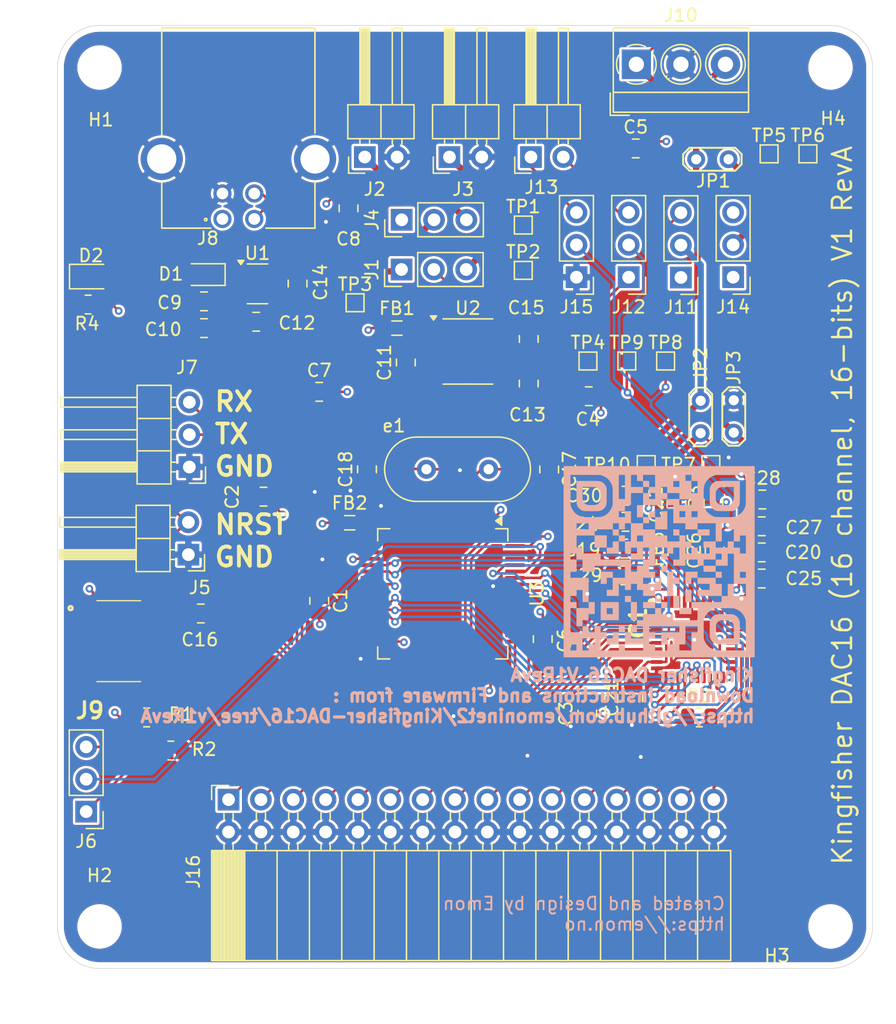
<source format=kicad_pcb>
(kicad_pcb (version 20240108) (generator "pcbnew") (generator_version "8.0")
  (layers (0 "F.Cu" signal) (1 "In1.Cu" signal) (2 "In2.Cu" signal) (31 "B.Cu" signal) (34 "B.Paste" user) (35 "F.Paste" user) (36 "B.SilkS" user "B.Silkscreen") (37 "F.SilkS" user "F.Silkscreen") (38 "B.Mask" user) (39 "F.Mask" user) (44 "Edge.Cuts" user))
  (net 0 "")
  (net 1 "+3V3")
  (net 2 "GND")
  (net 3 "Net-(D1-K)")
  (net 4 "Net-(U2-Vin)")
  (net 5 "Net-(U1-BYP)")
  (net 6 "Net-(U2-Trim{slash}NR)")
  (net 7 "3.3V_REG")
  (net 8 "REF_2V5")
  (net 9 "NRST")
  (net 10 "Net-(U3-PH0)")
  (net 11 "Net-(U3-PH1)")
  (net 12 "DAC_VCC")
  (net 13 "DAC_VSS")
  (net 14 "DAC_VIO")
  (net 15 "DAC_VDD")
  (net 16 "DAC_VAA")
  (net 17 "DAC_GNDREF")
  (net 18 "Net-(IC1-REFCMP)")
  (net 19 "DAC_REF")
  (net 20 "+5V")
  (net 21 "Net-(U3-VDDA)")
  (net 22 "DAC_OUT_14")
  (net 23 "DAC_OUT_7")
  (net 24 "DAC_SCLK")
  (net 25 "DAC_OUT_15")
  (net 26 "DAC_OUT_8")
  (net 27 "DAC_OUT_0")
  (net 28 "DAC_TOGGLE0")
  (net 29 "DAC_OUT_13")
  (net 30 "DAC_OUT_11")
  (net 31 "DAC_OUT_1")
  (net 32 "DAC_nCLR")
  (net 33 "DAC_OUT_12")
  (net 34 "DAC_SDO")
  (net 35 "DAC_OUT_2")
  (net 36 "DAC_OUT_4")
  (net 37 "DAC_TOGGLE1")
  (net 38 "DAC_TEMPOUT")
  (net 39 "DAC_nLDAC")
  (net 40 "DAC_TOGGLE2")
  (net 41 "DAC_nRESET")
  (net 42 "DAC_nALMOUT")
  (net 43 "DAC_nCS")
  (net 44 "DAC_OUT_5")
  (net 45 "DAC_SDI")
  (net 46 "DAC_OUT_3")
  (net 47 "DAC_OUT_9")
  (net 48 "DAC_OUT_6")
  (net 49 "DAC_OUT_10")
  (net 50 "3.3V_EXT")
  (net 51 "5V_EXT")
  (net 52 "USB_VBUS")
  (net 53 "Net-(J6-Pin_3)")
  (net 54 "Net-(J6-Pin_1)")
  (net 55 "BOOT0")
  (net 56 "UART_RX")
  (net 57 "UART_TX")
  (net 58 "USB_OTG_FS_D+")
  (net 59 "USB_OTG_FS_D-")
  (net 61 "JTCK_SWCLK")
  (net 64 "JTDO_SWO")
  (net 65 "JTMS_SWDIO")
  (net 66 "EXT_REF_2V5")
  (net 67 "Net-(J13-Pin_1)")
  (net 68 "Net-(J14-Pin_2)")
  (net 105 "Net-(D2-A)")
  (footprint "Capacitor_SMD:C_0805_2012Metric" (layer "F.Cu") (at 140.85 77.35 90)
    (property "Reference" "C8")
    (property "Value" "10uF")
  )
  (footprint "TestPoint:TestPoint_2Pads_Pitch2.54mm_Drill0.8mm" (layer "F.Cu") (at 171.1 94.95 90)
    (property "Reference" "JP3")
    (property "Value" "Jumper_01x02_2.54mm")
  )
  (footprint "MountingHole:MountingHole_3mm" (layer "F.Cu") (at 121.3 66.3)
    (property "Reference" "H1")
    (property "Value" "MountingHole")
  )
  (footprint "TestPoint:TestPoint_2Pads_Pitch2.54mm_Drill0.8mm" (layer "F.Cu") (at 168.5 92.45 -90)
    (property "Reference" "JP2")
    (property "Value" "Jumper_01x02_2.54mm")
  )
  (footprint "TestPoint:TestPoint_Pad_1.0x1.0mm" (layer "F.Cu") (at 169.304 97.46)
    (property "Reference" "TP7")
    (property "Value" "TestPoint")
  )
  (footprint "Capacitor_SMD:C_0805_2012Metric" (layer "F.Cu") (at 129.5 84.65)
    (property "Reference" "C9")
    (property "Value" "1uF")
  )
  (footprint "Capacitor_SMD:C_0805_2012Metric" (layer "F.Cu") (at 133.6 86.25)
    (property "Reference" "C12")
    (property "Value" "10nF")
  )
  (footprint "TestPoint:TestPoint_Pad_1.0x1.0mm" (layer "F.Cu") (at 162.7 89.332)
    (property "Reference" "TP9")
    (property "Value" "TestPoint")
  )
  (footprint "Connector_PinHeader_2.54mm:PinHeader_1x02_P2.54mm_Horizontal" (layer "F.Cu") (at 142.125 73.325 90)
    (property "Reference" "J2")
    (property "Value" "5V EXT")
  )
  (footprint "Capacitor_SMD:C_0805_2012Metric" (layer "F.Cu") (at 142.3 97.825 90)
    (property "Reference" "C18")
    (property "Value" "30pF")
  )
  (footprint "Resistor_SMD:R_0805_2012Metric" (layer "F.Cu") (at 126.9 119.9)
    (property "Reference" "R2")
    (property "Value" "10K")
  )
  (footprint "MountingHole:MountingHole_3mm" (layer "F.Cu") (at 178.7 133.7)
    (property "Reference" "H3")
    (property "Value" "MountingHole")
  )
  (footprint "Resistor_SMD:R_0805_2012Metric" (layer "F.Cu") (at 125 117.3)
    (property "Reference" "R1")
    (property "Value" "10K")
  )
  (footprint "Capacitor_SMD:C_0805_2012Metric" (layer "F.Cu") (at 136.85 83.25 90)
    (property "Reference" "C14")
    (property "Value" "1uF")
  )
  (footprint "Capacitor_SMD:C_0805_2012Metric" (layer "F.Cu") (at 138.55 91.75)
    (property "Reference" "C7")
    (property "Value" "1uF")
  )
  (footprint "Package_TO_SOT_SMD:SOT-23-5" (layer "F.Cu") (at 133.7 83.275)
    (property "Reference" "U1")
    (property "Value" "LDK130M33R")
  )
  (footprint "TestPoint:TestPoint_Pad_1.0x1.0mm" (layer "F.Cu") (at 176.924 73.076)
    (property "Reference" "TP6")
    (property "Value" "TestPoint")
  )
  (footprint "Connector_PinHeader_2.54mm:PinHeader_1x03_P2.54mm_Vertical" (layer "F.Cu") (at 120.25 124.69 180)
    (property "Reference" "J6")
    (property "Value" "Conn_01x03_Male")
  )
  (footprint "Capacitor_SMD:C_0805_2012Metric" (layer "F.Cu") (at 159.6 117 90)
    (property "Reference" "C3")
    (property "Value" "100nF")
  )
  (footprint "TestPoint:TestPoint_Pad_1.0x1.0mm" (layer "F.Cu") (at 173.876 73.076)
    (property "Reference" "TP5")
    (property "Value" "TestPoint")
  )
  (footprint "MountingHole:MountingHole_3mm" (layer "F.Cu") (at 121.3 133.7)
    (property "Reference" "H2")
    (property "Value" "MountingHole")
  )
  (footprint "Capacitor_SMD:C_0805_2012Metric" (layer "F.Cu") (at 134.175 99.975)
    (property "Reference" "C2")
    (property "Value" "10nF")
  )
  (footprint "Capacitor_SMD:C_0805_2012Metric" (layer "F.Cu") (at 169.5 100.45 -90)
    (property "Reference" "C23")
    (property "Value" "100nF")
  )
  (footprint "Capacitor_SMD:C_0805_2012Metric" (layer "F.Cu") (at 162.6 101.95)
    (property "Reference" "C24")
    (property "Value" "100nF")
  )
  (footprint "Capacitor_SMD:C_0805_2012Metric" (layer "F.Cu") (at 145.35 89.45 90)
    (property "Reference" "C11")
    (property "Value" "1uF")
  )
  (footprint "LED_SMD:LED_0805_2012Metric" (layer "F.Cu") (at 120.6275 82.705)
    (property "Reference" "D2")
    (property "Value" "LED")
  )
  (footprint "footprints:FTSH-105-XX-YYY-DV-K-P-TR" (layer "F.Cu") (at 122.81 111.315 -90)
    (property "Reference" "J9")
    (property "Value" "FTSH-105-01-F-DV-K-P-TR" (hide yes))
  )
  (footprint "Capacitor_SMD:C_0805_2012Metric" (layer "F.Cu") (at 155 87.6 -90)
    (property "Reference" "C15")
    (property "Value" "10uF")
  )
  (footprint "Capacitor_SMD:C_0805_2012Metric" (layer "F.Cu") (at 156.604 97.841 90)
    (property "Reference" "C17")
    (property "Value" "30pF")
  )
  (footprint "Connector_PinHeader_2.54mm:PinHeader_1x03_P2.54mm_Vertical" (layer "F.Cu") (at 145.01 82.15 90)
    (property "Reference" "J1")
    (property "Value" "SEL 3V3")
  )
  (footprint "Connector_PinHeader_2.54mm:PinHeader_1x02_P2.54mm_Horizontal" (layer "F.Cu") (at 148.775 73.325 90)
    (property "Reference" "J3")
    (property "Value" "3V3 EXT")
  )
  (footprint "MountingHole:MountingHole_3mm" (layer "F.Cu") (at 178.7 66.3)
    (property "Reference" "H4")
    (property "Value" "MountingHole")
  )
  (footprint "footprints:QFN50P600X600X100-41N-D" (layer "F.Cu") (at 168 111.2)
    (property "Reference" "IC1")
    (property "Value" "DAC81416RHAT" (hide yes))
  )
  (footprint "TestPoint:TestPoint_Pad_1.0x1.0mm" (layer "F.Cu") (at 141.364 84.76)
    (property "Reference" "TP3")
    (property "Value" "TestPoint")
  )
  (footprint "Capacitor_SMD:C_0805_2012Metric" (layer "F.Cu") (at 129.25 109.144 180)
    (property "Reference" "C16")
    (property "Value" "100nF")
  )
  (footprint "Resistor_SMD:R_0805_2012Metric" (layer "F.Cu") (at 168.4 117.3)
    (property "Reference" "R3")
    (property "Value" "10K")
  )
  (footprint "TestPoint:TestPoint_Pad_1.0x1.0mm" (layer "F.Cu") (at 154.572 78.664)
    (property "Reference" "TP1")
    (property "Value" "TestPoint")
  )
  (footprint "Connector_PinHeader_2.54mm:PinHeader_1x02_P2.54mm_Horizontal" (layer "F.Cu") (at 155.175 73.325 90)
    (property "Reference" "J13")
    (property "Value" "DAC_EXT_REF")
  )
  (footprint "footprints:TE_292304-1" (layer "F.Cu") (at 132.2 73.475 180)
    (property "Reference" "J8")
    (property "Value" "292304-1")
  )
  (footprint "Capacitor_SMD:C_0805_2012Metric" (layer "F.Cu") (at 159.718 92.096)
    (property "Reference" "C4")
    (property "Value" "100nF")
  )
  (footprint "Capacitor_SMD:C_0805_2012Metric" (layer "F.Cu") (at 162.5 106.15)
    (property "Reference" "C29")
    (property "Value" "10uF")
  )
  (footprint "Package_SO:SOIC-8_3.9x4.9mm_P1.27mm" (layer "F.Cu") (at 150.225 88.585)
    (property "Reference" "U2")
    (property "Value" "REF5025AID")
  )
  (footprint "TestPoint:TestPoint_Pad_1.0x1.0mm" (layer "F.Cu") (at 154.572 82.22)
    (property "Reference" "TP2")
    (property "Value" "TestPoint")
  )
  (footprint "Capacitor_SMD:C_0805_2012Metric" (layer "F.Cu") (at 155 91.1 90)
    (property "Reference" "C13")
    (property "Value" "1uF")
  )
  (footprint "Connector_PinHeader_2.54mm:PinHeader_1x03_P2.54mm_Vertical" (layer "F.Cu") (at 158.75 82.755 180)
    (property "Reference" "J15")
    (property "Value" "DAC_REF_SEL")
  )
  (footprint "Capacitor_SMD:C_0805_2012Metric" (layer "F.Cu") (at 129.5 86.75)
    (property "Reference" "C10")
    (property "Value" "100nF")
  )
  (footprint "Capacitor_SMD:C_0805_2012Metric" (layer "F.Cu") (at 173.3 106.4 180)
    (property "Reference" "C25")
    (property "Value" "100nF")
  )
  (footprint "Connector_PinHeader_2.54mm:PinHeader_1x02_P2.54mm_Horizontal" (layer "F.Cu") (at 128.275 104.525 180)
    (property "Reference" "J5")
    (property "Value" "Conn_01x02_Male")
  )
  (footprint "Connector_PinHeader_2.54mm:PinHeader_1x03_P2.54mm_Horizontal" (layer "F.Cu") (at 128.35 97.65 180)
    (property "Reference" "J7")
    (property "Value" "UART")
  )
  (footprint "Capacitor_SMD:C_0805_2012Metric" (layer "F.Cu") (at 162.6 99.9)
    (property "Reference" "C30")
    (property "Value" "1uF")
  )
  (footprint "Connector_PinHeader_2.54mm:PinHeader_1x03_P2.54mm_Vertical" (layer "F.Cu") (at 166.95 82.775 180)
    (property "Reference" "J11")
    (property "Value" "DAC_VDD_SEL")
  )
  (footprint "Connector_PinHeader_2.54mm:PinHeader_1x03_P2.54mm_Vertical" (layer "F.Cu") (at 145.025 78.25 90)
    (property "Reference" "J4")
    (property "Value" "SEL 5V")
  )
  (footprint "Inductor_SMD:L_0805_2012Metric" (layer "F.Cu") (at 140.9375 102.025)
    (property "Reference" "FB2")
    (property "Value" "HZ0805E601R-10")
  )
  (footprint "Connector_PinSocket_2.54mm:PinSocket_2x16_P2.54mm_Horizontal" (layer "F.Cu") (at 131.43 123.75 90)
    (property "Reference" "J16")
    (property "Value" "Conn_02x16_Counter_Clockwise")
  )
  (footprint "Diode_SMD:D_SOD-323" (layer "F.Cu") (at 129.55 82.55 180)
    (property "Reference" "D1")
    (property "Value" "BAT60AE6327HTSA1")
  )
  (footprint "Capacitor_SMD:C_0805_2012Metric" (layer "F.Cu") (at 169.6 104.2 -90)
    (property "Reference" "C26")
    (property "Value" "330pF")
  )
  (footprint "Capacitor_SMD:C_0805_2012Metric" (layer "F.Cu") (at 163.2 115.8 90)
    (property "Reference" "C21")
    (property "Value" "100nF")
  )
  (footprint "TestPoint:TestPoint_Pad_1.0x1.0mm" (layer "F.Cu") (at 164.224 97.46)
    (property "Reference" "TP10")
    (property "Value" "TestPoint")
  )
  (footprint "Capacitor_SMD:C_0805_2012Metric" (layer "F.Cu") (at 156.1 111.15 90)
    (property "Reference" "C6")
    (property "Value" "100nF")
  )
  (footprint "Connector_PinHeader_2.54mm:PinHeader_1x03_P2.54mm_Vertical" (layer "F.Cu") (at 162.85 82.755 180)
    (property "Reference" "J12")
    (property "Value" "DAC_REF_SEL")
  )
  (footprint "Capacitor_SMD:C_0805_2012Metric" (layer "F.Cu") (at 162.5 104.05)
    (property "Reference" "C19")
    (property "Value" "100nF")
  )
  (footprint "TerminalBlock_MetzConnect:TerminalBlock_MetzConnect_Type059_RT06303HBWC_1x03_P3.50mm_Horizontal" (layer "F.Cu") (at 163.45 66.05)
    (property "Reference" "J10")
    (property "Value" "Screw_Terminal_01x03")
  )
  (footprint "Resistor_SMD:R_0805_2012Metric" (layer "F.Cu") (at 120.4 84.9)
    (property "Reference" "R4")
    (property "Value" "100")
  )
  (footprint "Capacitor_SMD:C_0805_2012Metric" (layer "F.Cu") (at 138.55 108.15 -90)
    (property "Reference" "C1")
    (property "Value" "10nF")
  )
  (footprint "Inductor_SMD:L_0805_2012Metric" (layer "F.Cu") (at 144.65 86.75)
    (property "Reference" "FB1")
    (property "Value" "HZ0805E601R-10")
  )
  (footprint "Capacitor_SMD:C_0805_2012Metric" (layer "F.Cu") (at 173.3 102.3 180)
    (property "Reference" "C27")
    (property "Value" "10uF")
  )
  (footprint "Capacitor_SMD:C_0805_2012Metric" (layer "F.Cu") (at 166.6 100.55 -90)
    (property "Reference" "C22")
    (property "Value" "100nF")
  )
  (footprint "Capacitor_SMD:C_0805_2012Metric" (layer "F.Cu") (at 163.4 72.65)
    (property "Reference" "C5")
    (property "Value" "100nF")
  )
  (footprint "Package_QFP:LQFP-64_10x10mm_P0.5mm" (layer "F.Cu") (at 148.25 107.6 -90)
    (property "Reference" "U3")
    (property "Value" "STM32L476RGT6")
  )
  (footprint "TestPoint:TestPoint_Pad_1.0x1.0mm" (layer "F.Cu") (at 159.652 89.332)
    (property "Reference" "TP4")
    (property "Value" "TestPoint")
  )
  (footprint "TestPoint:TestPoint_2Pads_Pitch2.54mm_Drill0.8mm" (layer "F.Cu") (at 168.15 73.5)
    (property "Reference" "JP1")
    (property "Value" "Jumper_01x02_2.54mm")
  )
  (footprint "TestPoint:TestPoint_Pad_1.0x1.0mm" (layer "F.Cu") (at 165.748 89.332)
    (property "Reference" "TP8")
    (property "Value" "TestPoint")
  )
  (footprint "Crystal:Crystal_HC49-4H_Vertical" (layer "F.Cu") (at 151.85 97.825 180)
    (property "Reference" "e1")
    (property "Value" "ECS-160-20-4X")
  )
  (footprint "Capacitor_SMD:C_0805_2012Metric" (layer "F.Cu") (at 173.35 100.2)
    (property "Reference" "C28")
    (property "Value" "150nF")
  )
  (footprint "Capacitor_SMD:C_0805_2012Metric" (layer "F.Cu") (at 173.3 104.35 180)
    (property "Reference" "C20")
    (property "Value" "100nF")
  )
  (footprint "Connector_PinHeader_2.54mm:PinHeader_1x03_P2.54mm_Vertical" (layer "F.Cu") (at 171.05 82.755 180)
    (property "Reference" "J14")
    (property "Value" "DAC_VDD_SEL")
  )
  (footprint "Inductor_SMD:L_0805_2012Metric" (layer "F.Cu") (at 166.5 104.2 90)
    (property "Reference" "FB3")
    (property "Value" "HZ0805E601R-10")
  )
  (footprint "footprints:QR" (layer "B.Cu") (at 165.24 105.08 180)
    (property "Reference" "G***" (hide yes))
    (property "Value" "LOGO" (hide yes))
  )
  (gr_line (start 121.3 63) (end 178.7 63) (stroke (width 0.05)) (layer "Edge.Cuts"))
  (gr_arc (start 178.7 63) (mid 181.033452 63.966548) (end 182 66.3) (stroke (width 0.05)) (layer "Edge.Cuts"))
  (gr_arc (start 182 133.7) (mid 181.033452 136.033452) (end 178.7 137) (stroke (width 0.05)) (layer "Edge.Cuts"))
  (gr_line (start 118 133.7) (end 118 66.3) (stroke (width 0.05)) (layer "Edge.Cuts"))
  (gr_line (start 121.3 137) (end 178.7 137) (stroke (width 0.05)) (layer "Edge.Cuts"))
  (gr_arc (start 121.3 137) (mid 118.966548 136.033452) (end 118 133.7) (stroke (width 0.05)) (layer "Edge.Cuts"))
  (gr_arc (start 118 66.3) (mid 118.966548 63.966548) (end 121.3 63) (stroke (width 0.05)) (layer "Edge.Cuts"))
  (gr_line (start 182 66.3) (end 182 133.7) (stroke (width 0.05)) (layer "Edge.Cuts"))
  (gr_text "Kingfisher DAC16 V1RevA\nDownload instructions and Firmware from :\nhttps://github.com/emoninet2/Kingfisher-DAC16/tree/v1RevA" (at 172.86 117.78 0) (layer "B.SilkS") (effects (font (size 1 1) (thickness 0.25) (bold yes)) (justify left bottom mirror)))
  (gr_text "Created and Design by Emon\nhttps://emon.no\n" (at 170.5 134.1 0) (layer "B.SilkS") (effects (font (size 1 1)) (justify left bottom mirror)))
  (gr_text "NRST" (at 130.188 103.048 0) (layer "F.SilkS") (effects (font (size 1.5 1.5) (thickness 0.3) (bold yes)) (justify left bottom)))
  (gr_text "Kingfisher DAC16 (16 channel, 16-bits) V1 RevA" (at 180.5 129 90) (layer "F.SilkS") (effects (font (size 1.5 1.5) (thickness 0.1875)) (justify left bottom)))
  (gr_text "RX" (at 130.188 93.396 0) (layer "F.SilkS") (effects (font (size 1.5 1.5) (thickness 0.3) (bold yes)) (justify left bottom)))
  (gr_text "GND" (at 130.188 105.588 0) (layer "F.SilkS") (effects (font (size 1.5 1.5) (thickness 0.3) (bold yes)) (justify left bottom)))
  (gr_text "TX" (at 130.188 95.936 0) (layer "F.SilkS") (effects (font (size 1.5 1.5) (thickness 0.3) (bold yes)) (justify left bottom)))
  (gr_text "GND" (at 130.188 98.476 0) (layer "F.SilkS") (effects (font (size 1.5 1.5) (thickness 0.3) (bold yes)) (justify left bottom)))
  (segment (start 135.125 99.975) (end 135.125 100.825) (width 0.2) (layer "F.Cu") (net 1))
  (segment (start 143.5875 86.75) (end 142.55 86.75) (width 0.2) (layer "F.Cu") (net 1))
  (segment (start 152.8 101.125) (end 152.8 101) (width 0.2) (layer "F.Cu") (net 1))
  (segment (start 142.575 104.85) (end 141.25 104.85) (width 0.2) (layer "F.Cu") (net 1))
  (segment (start 153.925 103.85) (end 155.101471 103.85) (width 0.2) (layer "F.Cu") (net 1))
  (segment (start 120.775 108.775) (end 120.775 107.475) (width 0.2) (layer "F.Cu") (net 1))
  (segment (start 122.3 84.9) (end 122.8 85.4) (width 0.2) (layer "F.Cu") (net 1))
  (segment (start 160.55 117) (end 160.9 117) (width 0.2) (layer "F.Cu") (net 1))
  (segment (start 140.85 76.4) (end 139.7 76.4) (width 0.2) (layer "F.Cu") (net 1))
  (segment (start 152 101.925) (end 152.8 101.125) (width 0.2) (layer "F.Cu") (net 1))
  (segment (start 154.572 82.22) (end 153.492 83.3) (width 0.2) (layer "F.Cu") (net 1))
  (segment (start 164.35 72.65) (end 164.9 72.1) (width 0.2) (layer "F.Cu") (net 1))
  (segment (start 145.2 111.4) (end 145.15 111.35) (width 0.2) (layer "F.Cu") (net 1))
  (segment (start 153.492 83.3) (end 148.7 83.3) (width 0.2) (layer "F.Cu") (net 1))
  (segment (start 121.3125 84.9) (end 122.3 84.9) (width 0.2) (layer "F.Cu") (net 1))
  (segment (start 156.1 110.2) (end 156.1 109.2) (width 0.2) (layer "F.Cu") (net 1))
  (segment (start 148.7 83.3) (end 147.55 82.15) (width 0.2) (layer "F.Cu") (net 1))
  (segment (start 142.55 86.75) (end 142.4 86.9) (width 0.2) (layer "F.Cu") (net 1))
  (segment (start 155.851471 103.1) (end 156.5 103.1) (width 0.2) (layer "F.Cu") (net 1))
  (segment (start 122.9 117.3) (end 122.5 116.9) (width 0.2) (layer "F.Cu") (net 1))
  (segment (start 141.25 104.85) (end 141.2 104.9) (width 0.2) (layer "F.Cu") (net 1))
  (segment (start 164.9 72.1) (end 165.8 72.1) (width 0.2) (layer "F.Cu") (net 1))
  (segment (start 139.7 76.4) (end 139.1 77) (width 0.2) (layer "F.Cu") (net 1))
  (segment (start 120.775 107.475) (end 120.5 107.2) (width 0.2) (layer "F.Cu") (net 1))
  (segment (start 156.1 109.2) (end 155.9 109) (width 0.2) (layer "F.Cu") (net 1))
  (segment (start 138.6 110) (end 138.55 109.95) (width 0.2) (layer "F.Cu") (net 1))
  (segment (start 139.875 102.025) (end 138.875 102.025) (width 0.2) (layer "F.Cu") (net 1))
  (segment (start 135.125 100.825) (end 135.675 101.375) (width 0.2) (layer "F.Cu") (net 1))
  (segment (start 152 115.1) (end 152 113.275) (width 0.2) (layer "F.Cu") (net 1))
  (segment (start 124.0875 117.3) (end 122.9 117.3) (width 0.2) (layer "F.Cu") (net 1))
  (segment (start 160.668 92.096) (end 160.668 93.396) (width 0.2) (layer "F.Cu") (net 1))
  (segment (start 151.9 115.2) (end 152 115.1) (width 0.2) (layer "F.Cu") (net 1))
  (segment (start 140.75 91.75) (end 139.5 91.75) (width 0.2) (layer "F.Cu") (net 1))
  (segment (start 155.101471 103.85) (end 155.851471 103.1) (width 0.2) (layer "F.Cu") (net 1))
  (segment (start 159.6 116.05) (end 160.55 117) (width 0.2) (layer "F.Cu") (net 1))
  (segment (start 138.875 102.025) (end 138.8 102.1) (width 0.2) (layer "F.Cu") (net 1))
  (segment (start 138.55 109.1) (end 138.55 109.95) (width 0.2) (layer "F.Cu") (net 1))
  (segment (start 145.15 111.35) (end 142.575 111.35) (width 0.2) (layer "F.Cu") (net 1))
  (via (at 138.6 110) (size 0.6) (drill 0.3) (layers "F.Cu" "B.Cu") (net 1))
  (via (at 160.9 117) (size 0.6) (drill 0.3) (layers "F.Cu" "B.Cu") (net 1))
  (via (at 135.675 101.375) (size 0.6) (drill 0.3) (layers "F.Cu" "B.Cu") (net 1))
  (via (at 151.9 115.2) (size 0.6) (drill 0.3) (layers "F.Cu" "B.Cu") (net 1))
  (via (at 145.2 111.4) (size 0.6) (drill 0.3) (layers "F.Cu" "B.Cu") (net 1))
  (via (at 152.8 101) (size 0.6) (drill 0.3) (layers "F.Cu" "B.Cu") (net 1))
  (via (at 160.668 93.396) (size 0.6) (drill 0.3) (layers "F.Cu" "B.Cu") (net 1))
  (via (at 138.8 102.1) (size 0.6) (drill 0.3) (layers "F.Cu" "B.Cu") (net 1))
  (via (at 140.75 91.75) (size 0.6) (drill 0.3) (layers "F.Cu" "B.Cu") (net 1))
  (via (at 165.8 72.1) (size 0.6) (drill 0.3) (layers "F.Cu" "B.Cu") (net 1))
  (via (at 142.4 86.9) (size 0.6) (drill 0.3) (layers "F.Cu" "B.Cu") (net 1))
  (via (at 139.1 77) (size 0.6) (drill 0.3) (layers "F.Cu" "B.Cu") (net 1))
  (via (at 155.9 109) (size 0.6) (drill 0.3) (layers "F.Cu" "B.Cu") (net 1))
  (via (at 156.5 103.1) (size 0.6) (drill 0.3) (layers "F.Cu" "B.Cu") (net 1))
  (via (at 120.5 107.2) (size 0.6) (drill 0.3) (layers "F.Cu" "B.Cu") (net 1))
  (via (at 141.2 104.9) (size 0.6) (drill 0.3) (layers "F.Cu" "B.Cu") (net 1))
  (via (at 122.5 116.9) (size 0.6) (drill 0.3) (layers "F.Cu" "B.Cu") (net 1))
  (via (at 122.8 85.4) (size 0.6) (drill 0.3) (layers "F.Cu" "B.Cu") (net 1))
  (segment (start 168 111.2) (end 168 111.265685) (width 0.2) (layer "F.Cu") (net 2))
  (segment (start 165.865685 113.4) (end 165.1 113.4) (width 0.2) (layer "F.Cu") (net 2))
  (segment (start 165.1 113.4) (end 165.05 113.45) (width 0.2) (layer "F.Cu") (net 2))
  (segment (start 163.2 116.75) (end 163.2 117.8) (width 0.2) (layer "F.Cu") (net 2))
  (segment (start 168 111.265685) (end 165.865685 113.4) (width 0.2) (layer "F.Cu") (net 2))
  (segment (start 163.2 117.8) (end 163.1 117.9) (width 0.2) (layer "F.Cu") (net 2))
  (segment (start 168 111.2) (end 168 110.9) (width 0.2) (layer "F.Cu") (net 2))
  (segment (start 168 110.9) (end 167.75 110.65) (width 0.2) (layer "F.Cu") (net 2))
  (segment (start 167.75 110.65) (end 167.75 108.25) (width 0.2) (layer "F.Cu") (net 2))
  (via (at 138.2 99.6) (size 0.6) (drill 0.3) (layers "F.Cu" "B.Cu") (net 2))
  (via (at 163.1 117.9) (size 0.6) (drill 0.3) (layers "F.Cu" "B.Cu") (net 2))
  (via (at 168 111.2) (size 0.6) (drill 0.3) (layers "F.Cu" "B.Cu") (net 2))
  (via (at 149.1 117.2) (size 0.6) (drill 0.3) (layers "F.Cu" "B.Cu") (net 2))
  (via (at 152.2 107) (size 0.6) (drill 0.3) (layers "F.Cu" "B.Cu") (net 2))
  (via (at 159.6 107.6) (size 0.6) (drill 0.3) (layers "F.Cu" "B.Cu") (net 2))
  (via (at 163.8 120.4) (size 0.6) (drill 0.3) (layers "F.Cu" "B.Cu") (net 2))
  (via (at 139.078 78.41) (size 0.6) (drill 0.3) (layers "F.Cu" "B.Cu") (net 2))
  (via (at 143.4 100.7) (size 0.6) (drill 0.3) (layers "F.Cu" "B.Cu") (net 2))
  (via (at 154.9 120.3) (size 0.6) (drill 0.3) (layers "F.Cu" "B.Cu") (net 2))
  (via (at 158.3 118) (size 0.6) (drill 0.3) (layers "F.Cu" "B.Cu") (net 2))
  (via (at 149.6 97.9) (size 0.6) (drill 0.3) (layers "F.Cu" "B.Cu") (net 2))
  (via (at 138.8 104.9) (size 0.6) (drill 0.3) (layers "F.Cu" "B.Cu") (net 2))
  (via (at 170.7 96.9) (size 0.6) (drill 0.3) (layers "F.Cu" "B.Cu") (net 2))
  (via (at 141 99.5) (size 0.6) (drill 0.3) (layers "F.Cu" "B.Cu") (net 2))
  (via (at 141.8 112.7) (size 0.6) (drill 0.3) (layers "F.Cu" "B.Cu") (net 2))
  (via (at 166.5 98.4) (size 0.6) (drill 0.3) (layers "F.Cu" "B.Cu") (net 2))
  (segment (start 130.6 82.55) (end 130.6 84.5) (width 0.5) (layer "F.Cu") (net 3))
  (segment (start 130.6 84.5) (end 130.45 84.65) (width 0.5) (layer "F.Cu") (net 3))
  (segment (start 130.875 84.225) (end 130.45 84.65) (width 0.5) (layer "F.Cu") (net 3))
  (segment (start 130.825 82.325) (end 132.5625 82.325) (width 0.5) (layer "F.Cu") (net 3))
  (segment (start 132.5625 84.225) (end 130.875 84.225) (width 0.5) (layer "F.Cu") (net 3))
  (segment (start 130.45 84.65) (end 130.45 86.75) (width 0.5) (layer "F.Cu") (net 3))
  (segment (start 130.6 82.55) (end 130.825 82.325) (width 0.5) (layer "F.Cu") (net 3))
  (segment (start 145.35 87.1125) (end 145.7125 86.75) (width 0.2) (layer "F.Cu") (net 4))
  (segment (start 145.35 88.5) (end 145.35 87.1125) (width 0.2) (layer "F.Cu") (net 4))
  (segment (start 145.7125 86.75) (end 146.9125 87.95) (width 0.2) (layer "F.Cu") (net 4))
  (segment (start 146.9125 87.95) (end 147.75 87.95) (width 0.2) (layer "F.Cu") (net 4))
  (segment (start 134.8375 85.9625) (end 134.55 86.25) (width 0.5) (layer "F.Cu") (net 5))
  (segment (start 134.8375 84.225) (end 134.8375 85.9625) (width 0.5) (layer "F.Cu") (net 5))
  (segment (start 152.7 90.49) (end 154.66 90.49) (width 0.2) (layer "F.Cu") (net 6))
  (segment (start 154.66 90.49) (end 155 90.15) (width 0.2) (layer "F.Cu") (net 6))
  (segment (start 134.8375 82.325) (end 136.825 82.325) (width 0.5) (layer "F.Cu") (net 7))
  (segment (start 141.364 82.3) (end 144.86 82.3) (width 0.5) (layer "F.Cu") (net 7))
  (segment (start 141.364 84.76) (end 141.364 82.3) (width 0.2) (layer "F.Cu") (net 7))
  (segment (start 144.86 82.3) (end 145.01 82.15) (width 0.5) (layer "F.Cu") (net 7))
  (segment (start 136.85 82.3) (end 141.364 82.3) (width 0.5) (layer "F.Cu") (net 7))
  (segment (start 136.825 82.325) (end 136.85 82.3) (width 0.5) (layer "F.Cu") (net 7))
  (segment (start 157.837 89.332) (end 159.652 89.332) (width 0.2) (layer "F.Cu") (net 8))
  (segment (start 157.055 88.55) (end 162.85 82.755) (width 0.2) (layer "F.Cu") (net 8))
  (segment (start 154.33 89.22) (end 155 88.55) (width 0.2) (layer "F.Cu") (net 8))
  (segment (start 155 88.55) (end 157.055 88.55) (width 0.2) (layer "F.Cu") (net 8))
  (segment (start 152.7 89.22) (end 154.33 89.22) (width 0.2) (layer "F.Cu") (net 8))
  (segment (start 157.055 88.55) (end 157.837 89.332) (width 0.2) (layer "F.Cu") (net 8))
  (segment (start 128.125 101.985) (end 126.975 103.135) (width 0.2) (layer "F.Cu") (net 9))
  (segment (start 126.975 106.687) (end 125.962 107.7) (width 0.2) (layer "F.Cu") (net 9))
  (segment (start 128.3 109.144) (end 126.856 107.7) (width 0.2) (layer "F.Cu") (net 9))
  (segment (start 125.108 107.7) (end 123.555 107.7) (width 0.2) (layer "F.Cu") (net 9))
  (segment (start 126.3 100.16) (end 128.125 101.985) (width 0.2) (layer "F.Cu") (net 9))
  (segment (start 131.079744 91.42) (end 127.873654 91.42) (width 0.2) (layer "F.Cu") (net 9))
  (segment (start 126.856 107.7) (end 125.108 107.7) (width 0.2) (layer "F.Cu") (net 9))
  (segment (start 140.259744 100.6) (end 131.079744 91.42) (width 0.2) (layer "F.Cu") (net 9))
  (segment (start 123.15 108.105) (end 123.15 113.255) (width 0.2) (layer "F.Cu") (net 9))
  (segment (start 125.962 107.7) (end 125.108 107.7) (width 0.2) (layer "F.Cu") (net 9))
  (segment (start 123.75 113.855) (end 124.845 113.855) (width 0.2) (layer "F.Cu") (net 9))
  (segment (start 126.3 92.993654) (end 126.3 100.16) (width 0.2) (layer "F.Cu") (net 9))
  (segment (start 126.975 103.135) (end 126.975 106.687) (width 0.2) (layer "F.Cu") (net 9))
  (segment (start 141.3 100.6) (end 140.259744 100.6) (width 0.2) (layer "F.Cu") (net 9))
  (segment (start 149 101.925) (end 149 101.11759) (width 0.2) (layer "F.Cu") (net 9))
  (segment (start 147.48241 99.6) (end 142.3 99.6) (width 0.2) (layer "F.Cu") (net 9))
  (segment (start 127.873654 91.42) (end 126.3 92.993654) (width 0.2) (layer "F.Cu") (net 9))
  (segment (start 123.15 113.255) (end 123.75 113.855) (width 0.2) (layer "F.Cu") (net 9))
  (segment (start 142.3 99.6) (end 141.3 100.6) (width 0.2) (layer "F.Cu") (net 9))
  (segment (start 123.555 107.7) (end 123.15 108.105) (width 0.2) (layer "F.Cu") (net 9))
  (segment (start 149 101.11759) (end 147.48241 99.6) (width 0.2) (layer "F.Cu") (net 9))
  (segment (start 155.67 97.825) (end 156.604 96.891) (width 0.2) (layer "F.Cu") (net 10))
  (segment (start 150 99.1) (end 150 101.925) (width 0.2) (layer "F.Cu") (net 10))
  (segment (start 151.85 97.825) (end 155.67 97.825) (width 0.2) (layer "F.Cu") (net 10))
  (segment (start 151.85 97.825) (end 151.275 97.825) (width 0.2) (layer "F.Cu") (net 10))
  (segment (start 151.275 97.825) (end 150 99.1) (width 0.2) (layer "F.Cu") (net 10))
  (segment (start 146.97 97.825) (end 146.945 97.8) (width 0.2) (layer "F.Cu") (net 11))
  (segment (start 148.225 97.825) (end 149.5 99.1) (width 0.2) (layer "F.Cu") (net 11))
  (segment (start 143.225 97.8) (end 142.3 96.875) (width 0.2) (layer "F.Cu") (net 11))
  (segment (start 149.5 99.1) (end 149.5 101.925) (width 0.2) (layer "F.Cu") (net 11))
  (segment (start 146.97 97.825) (end 148.225 97.825) (width 0.2) (layer "F.Cu") (net 11))
  (segment (start 146.945 97.8) (end 143.225 97.8) (width 0.2) (layer "F.Cu") (net 11))
  (segment (start 168.15 73.5) (end 168.15 75.05) (width 0.5) (layer "F.Cu") (net 12))
  (segment (start 162.6 97.184) (end 162.6 103.2) (width 0.5) (layer "F.Cu") (net 12))
  (segment (start 171.711598 107.985996) (end 171.447594 108.25) (width 0.2) (layer "F.Cu") (net 12))
  (segment (start 163.45 106.798529) (end 163.45 106.15) (width 0.2) (layer "F.Cu") (net 12))
  (segment (start 164.9 64.6) (end 163.45 66.05) (width 0.2) (layer "F.Cu") (net 12))
  (segment (start 165.580002 108.25) (end 165.75 108.25) (width 0.2) (layer "F.Cu") (net 12))
  (segment (start 168.15 70.75) (end 168.15 73.5) (width 0.5) (layer "F.Cu") (net 12))
  (segment (start 164.948529 107.8) (end 164.451471 107.8) (width 0.2) (layer "F.Cu") (net 12))
  (segment (start 173.876 73.076) (end 173.876 67.42539) (width 0.2) (layer "F.Cu") (net 12))
  (segment (start 164.451471 107.8) (end 163.45 106.798529) (width 0.2) (layer "F.Cu") (net 12))
  (segment (start 167.3 85.025) (end 167.3 92.66005) (width 0.5) (layer "F.Cu") (net 12))
  (segment (start 166.8 93.614) (end 163.904 96.51) (width 0.5) (layer "F.Cu") (net 12))
  (segment (start 168.15 75.05) (end 168.25 75.15) (width 0.5) (layer "F.Cu") (net 12))
  (segment (start 163.45 106.15) (end 163.45 104.05) (width 0.2) (layer "F.Cu") (net 12))
  (segment (start 165.180002 107.85) (end 165.580002 108.25) (width 0.2) (layer "F.Cu") (net 12))
  (segment (start 163.45 66.05) (end 168.15 70.75) (width 0.5) (layer "F.Cu") (net 12))
  (segment (start 171.447594 108.25) (end 170.25 108.25) (width 0.2) (layer "F.Cu") (net 12))
  (segment (start 165.180002 107.85) (end 165.054266 107.724264) (width 0.2) (layer "F.Cu") (net 12))
  (segment (start 163.904 96.51) (end 163.274 96.51) (width 0.5) (layer "F.Cu") (net 12))
  (segment (start 168.25 84.075) (end 167.3 85.025) (width 0.5) (layer "F.Cu") (net 12))
  (segment (start 167.3 92.66005) (end 166.8 93.16005) (width 0.5) (layer "F.Cu") (net 12))
  (segment (start 168.25 75.15) (end 168.25 84.075) (width 0.5) (layer "F.Cu") (net 12))
  (segment (start 173.876 67.42539) (end 171.05061 64.6) (width 0.2) (layer "F.Cu") (net 12))
  (segment (start 166.8 93.16005) (end 166.8 93.614) (width 0.5) (layer "F.Cu") (net 12))
  (segment (start 172.35 107.347594) (end 172.35 106.4) (width 0.2) (layer "F.Cu") (net 12))
  (segment (start 171.711598 107.985996) (end 172.35 107.347594) (width 0.2) (layer "F.Cu") (net 12))
  (segment (start 165.054266 107.724264) (end 165.024264 107.724264) (width 0.2) (layer "F.Cu") (net 12))
  (segment (start 171.05061 64.6) (end 164.9 64.6) (width 0.2) (layer "F.Cu") (net 12))
  (segment (start 162.6 103.2) (end 163.45 104.05) (width 0.5) (layer "F.Cu") (net 12))
  (segment (start 165.024264 107.724264) (end 164.948529 107.8) (width 0.2) (layer "F.Cu") (net 12))
  (segment (start 163.274 96.51) (end 162.6 97.184) (width 0.5) (layer "F.Cu") (net 12))
  (via (at 165.180002 107.85) (size 0.6) (drill 0.3) (layers "F.Cu" "B.Cu") (net 12))
  (via (at 171.711598 107.985996) (size 0.6) (drill 0.3) (layers "F.Cu" "B.Cu") (net 12))
  (segment (start 169.75 108.25) (end 169.75 107.55) (width 0.2) (layer "F.Cu") (net 13))
  (segment (start 169.45 91.433654) (end 169.95 91.933654) (width 0.5) (layer "F.Cu") (net 13))
  (segment (start 172.480214 73.876) (end 170.664214 72.06) (width 0.2) (layer "F.Cu") (net 13))
  (segment (start 172.35 102.3) (end 172.35 104.35) (width 0.2) (layer "F.Cu") (net 13))
  (segment (start 166.25 107.55) (end 165.95 107.25) (width 0.2) (layer "F.Cu") (net 13))
  (segment (start 164.25 102.65) (end 163.55 101.95) (width 0.2) (layer "F.Cu") (net 13))
  (segment (start 164.7 107.2) (end 164.65 107.25) (width 0.2) (layer "F.Cu") (net 13))
  (segment (start 169.45 72.06) (end 169.45 91.433654) (width 0.5) (layer "F.Cu") (net 13))
  (segment (start 171.3 107.259744) (end 171.5 107.059744) (width 0.2) (layer "F.Cu") (net 13))
  (segment (start 171.3 107.3) (end 171.3 107.259744) (width 0.2) (layer "F.Cu") (net 13))
  (segment (start 170.45 66.05) (end 169.45 67.05) (width 0.5) (layer "F.Cu") (net 13))
  (segment (start 169.9 107.4) (end 171.159744 107.4) (width 0.2) (layer "F.Cu") (net 13))
  (segment (start 169.95 93.8) (end 171.1 94.95) (width 0.5) (layer "F.Cu") (net 13))
  (segment (start 166.25 108.25) (end 166.25 107.55) (width 0.2) (layer "F.Cu") (net 13))
  (segment (start 170.664214 72.06) (end 169.45 72.06) (width 0.2) (layer "F.Cu") (net 13))
  (segment (start 171.5 107.059744) (end 171.5 105.2) (width 0.2) (layer "F.Cu") (net 13))
  (segment (start 164.25 106.852186) (end 164.25 102.65) (width 0.2) (layer "F.Cu") (net 13))
  (segment (start 169.45 67.05) (end 169.45 72.06) (width 0.5) (layer "F.Cu") (net 13))
  (segment (start 173.35 97.2) (end 173.35 101.3) (width 0.5) (layer "F.Cu") (net 13))
  (segment (start 171.159744 107.4) (end 171.259744 107.3) (width 0.2) (layer "F.Cu") (net 13))
  (segment (start 176.924 73.076) (end 176.124 73.876) (width 0.2) (layer "F.Cu") (net 13))
  (segment (start 169.75 107.55) (end 169.9 107.4) (width 0.2) (layer "F.Cu") (net 13))
  (segment (start 171.5 105.2) (end 172.35 104.35) (width 0.2) (layer "F.Cu") (net 13))
  (segment (start 173.35 101.3) (end 172.35 102.3) (width 0.5) (layer "F.Cu") (net 13))
  (segment (start 165.95 107.25) (end 164.75 107.25) (width 0.2) (layer "F.Cu") (net 13))
  (segment (start 171.259744 107.3) (end 171.3 107.3) (width 0.2) (layer "F.Cu") (net 13))
  (segment (start 164.65 107.25) (end 164.647814 107.25) (width 0.2) (layer "F.Cu") (net 13))
  (segment (start 164.647814 107.25) (end 164.25 106.852186) (width 0.2) (layer "F.Cu") (net 13))
  (segment (start 176.124 73.876) (end 172.480214 73.876) (width 0.2) (layer "F.Cu") (net 13))
  (segment (start 164.75 107.25) (end 164.7 107.2) (width 0.2) (layer "F.Cu") (net 13))
  (segment (start 169.95 91.933654) (end 169.95 93.8) (width 0.5) (layer "F.Cu") (net 13))
  (segment (start 171.1 94.95) (end 173.35 97.2) (width 0.5) (layer "F.Cu") (net 13))
  (via (at 164.7 107.2) (size 0.6) (drill 0.3) (layers "F.Cu" "B.Cu") (net 13))
  (via (at 171.3 107.3) (size 0.6) (drill 0.3) (layers "F.Cu" "B.Cu") (net 13))
  (segment (start 163.2 114.1) (end 163.2 114.85) (width 0.2) (layer "F.Cu") (net 14))
  (segment (start 165.05 102.272182) (end 165.05 106.45) (width 0.5) (layer "F.Cu") (net 14))
  (segment (start 164.225 117.273535) (end 164.225 115.875) (width 0.2) (layer "F.Cu") (net 14))
  (segment (start 165.8 112.9) (end 165.8 111.2) (width 0.2) (layer "F.Cu") (net 14))
  (segment (start 167.4875 117.3) (end 167.087494 117.700006) (width 0.2) (layer "F.Cu") (net 14))
  (segment (start 165.05 112.95) (end 165.75 112.95) (width 0.2) (layer "F.Cu") (net 14))
  (segment (start 164.35 112.95) (end 163.2 114.1) (width 0.2) (layer "F.Cu") (net 14))
  (segment (start 167.5 94) (end 165.15 96.35) (width 0.5) (layer "F.Cu") (net 14))
  (segment (start 165.05 106.45) (end 165.1 106.5) (width 0.5) (layer "F.Cu") (net 14))
  (segment (start 167.087494 117.700006) (end 164.651471 117.700006) (width 0.2) (layer "F.Cu") (net 14))
  (segment (start 165.15 96.35) (end 165.15 102.172182) (width 0.5) (layer "F.Cu") (net 14))
  (segment (start 165.75 112.95) (end 165.8 112.9) (width 0.2) (layer "F.Cu") (net 14))
  (segment (start 168.5 92.45) (end 167.5 93.45) (width 0.5) (layer "F.Cu") (net 14))
  (segment (start 167.5 93.45) (end 167.5 94) (width 0.5) (layer "F.Cu") (net 14))
  (segment (start 165.8 111.2) (end 166 111) (width 0.2) (layer "F.Cu") (net 14))
  (segment (start 164.651471 117.700006) (end 164.225 117.273535) (width 0.2) (layer "F.Cu") (net 14))
  (segment (start 165.15 102.172182) (end 165.05 102.272182) (width 0.5) (layer "F.Cu") (net 14))
  (segment (start 164.225 115.875) (end 163.2 114.85) (width 0.2) (layer "F.Cu") (net 14))
  (segment (start 165.05 112.95) (end 164.35 112.95) (width 0.2) (layer "F.Cu") (net 14))
  (segment (start 166 111) (end 166 109.3) (width 0.2) (layer "F.Cu") (net 14))
  (via (at 166 109.3) (size 0.6) (drill 0.3) (layers "F.Cu" "B.Cu") (net 14))
  (via (at 165.1 106.5) (size 0.6) (drill 0.3) (layers "F.Cu" "B.Cu") (net 14))
  (segment (start 166 107.4) (end 165.1 106.5) (width 0.2) (layer "B.Cu") (net 14))
  (segment (start 168.5 92.45) (end 168.5 81.785) (width 0.5) (layer "B.Cu") (net 14))
  (segment (start 168.5 81.785) (end 166.95 80.235) (width 0.5) (layer "B.Cu") (net 14))
  (segment (start 166 109.3) (end 166 107.4) (width 0.2) (layer "B.Cu") (net 14))
  (segment (start 166.75 108.25) (end 166.75 105.5125) (width 0.2) (layer "F.Cu") (net 15))
  (segment (start 167.775 98.614339) (end 167.775 100.325) (width 0.5) (layer "F.Cu") (net 15))
  (segment (start 168.5 94.99) (end 166.764 96.726) (width 0.5) (layer "F.Cu") (net 15))
  (segment (start 166.764 96.726) (end 166.764 97.603339) (width 0.5) (layer "F.Cu") (net 15))
  (segment (start 166.764 97.603339) (end 167.775 98.614339) (width 0.5) (layer "F.Cu") (net 15))
  (segment (start 169.304 97.46) (end 169.304 95.794) (width 0.2) (layer "F.Cu") (net 15))
  (segment (start 169.304 95.794) (end 168.5 94.99) (width 0.2) (layer "F.Cu") (net 15))
  (segment (start 167.775 100.325) (end 166.6 101.5) (width 0.5) (layer "F.Cu") (net 15))
  (segment (start 165.6 104.3625) (end 166.5 105.2625) (width 0.2) (layer "F.Cu") (net 15))
  (segment (start 166.6 101.5) (end 165.6 102.5) (width 0.2) (layer "F.Cu") (net 15))
  (segment (start 168.475 95.015) (end 168.5 94.99) (width 0.2) (layer "F.Cu") (net 15))
  (segment (start 165.6 102.5) (end 165.6 104.3625) (width 0.2) (layer "F.Cu") (net 15))
  (segment (start 166.75 105.5125) (end 166.5 105.2625) (width 0.2) (layer "F.Cu") (net 15))
  (segment (start 167.7625 103.1375) (end 169.5 101.4) (width 0.2) (layer "F.Cu") (net 16))
  (segment (start 169.5 101.4) (end 170.5 100.4) (width 0.2) (layer "F.Cu") (net 16))
  (segment (start 166.5 103.1375) (end 167.7625 103.1375) (width 0.2) (layer "F.Cu") (net 16))
  (segment (start 167.4 104.0375) (end 166.5 103.1375) (width 0.2) (layer "F.Cu") (net 16))
  (segment (start 167.25 108.25) (end 167.25 105.852186) (width 0.2) (layer "F.Cu") (net 16))
  (segment (start 164.224 99.226) (end 163.55 99.9) (width 0.2) (layer "F.Cu") (net 16))
  (segment (start 167.25 105.852186) (end 167.4 105.702186) (width 0.2) (layer "F.Cu") (net 16))
  (segment (start 164.4 100.9) (end 164.4 100.75) (width 0.2) (layer "F.Cu") (net 16))
  (segment (start 164.4 100.75) (end 163.55 99.9) (width 0.2) (layer "F.Cu") (net 16))
  (segment (start 167.4 105.702186) (end 167.4 104.0375) (width 0.2) (layer "F.Cu") (net 16))
  (segment (start 164.224 97.46) (end 164.224 99.226) (width 0.2) (layer "F.Cu") (net 16))
  (via (at 164.4 100.9) (size 0.6) (drill 0.3) (layers "F.Cu" "B.Cu") (net 16))
  (via (at 170.5 100.4) (size 0.6) (drill 0.3) (layers "F.Cu" "B.Cu") (net 16))
  (segment (start 170.3 100.6) (end 170.5 100.4) (width 0.2) (layer "B.Cu") (net 16))
  (segment (start 164.4 100.9) (end 164.7 100.6) (width 0.2) (layer "B.Cu") (net 16))
  (segment (start 164.7 100.6) (end 170.3 100.6) (width 0.2) (layer "B.Cu") (net 16))
  (segment (start 168.25 104.6) (end 169.6 103.25) (width 0.2) (layer "F.Cu") (net 17))
  (segment (start 162.760265 91.811735) (end 162.7 91.75147) (width 0.2) (layer "F.Cu") (net 17))
  (segment (start 168.25 108.25) (end 168.25 104.6) (width 0.2) (layer "F.Cu") (net 17))
  (segment (start 162.7 91.75147) (end 162.7 89.332) (width 0.2) (layer "F.Cu") (net 17))
  (segment (start 169.6 103.2) (end 170.6 102.2) (width 0.2) (layer "F.Cu") (net 17))
  (segment (start 169.6 103.25) (end 169.6 103.2) (width 0.2) (layer "F.Cu") (net 17))
  (via (at 170.6 102.2) (size 0.6) (drill 0.3) (layers "F.Cu" "B.Cu") (net 17))
  (via (at 162.760265 91.811735) (size 0.6) (drill 0.3) (layers "F.Cu" "B.Cu") (net 17))
  (segment (start 158.75 80.215) (end 161.7 83.165) (width 0.2) (layer "B.Cu") (net 17))
  (segment (start 171 102) (end 170.8 102.2) (width 0.2) (layer "B.Cu") (net 17))
  (segment (start 163.014265 92.065735) (end 171.1 100.151471) (width 0.2) (layer "B.Cu") (net 17))
  (segment (start 171.1 100.151471) (end 171.1 101.9) (width 0.2) (layer "B.Cu") (net 17))
  (segment (start 162.760265 91.811735) (end 163.014265 92.065735) (width 0.2) (layer "B.Cu") (net 17))
  (segment (start 161.7 90.751471) (end 163.014265 92.065735) (width 0.2) (layer "B.Cu") (net 17))
  (segment (start 170.8 102.2) (end 170.6 102.2) (width 0.2) (layer "B.Cu") (net 17))
  (segment (start 161.7 83.165) (end 161.7 90.751471) (width 0.2) (layer "B.Cu") (net 17))
  (segment (start 171.1 101.9) (end 171 102) (width 0.2) (layer "B.Cu") (net 17))
  (segment (start 168.75 106) (end 169.6 105.15) (width 0.2) (layer "F.Cu") (net 18))
  (segment (start 168.75 108.25) (end 168.75 106) (width 0.2) (layer "F.Cu") (net 18))
  (segment (start 172.4 100.2) (end 172.4 98.9) (width 0.2) (layer "F.Cu") (net 19))
  (segment (start 165.748 89.332) (end 165.748 91.364) (width 0.2) (layer "F.Cu") (net 19))
  (segment (start 169.734314 107) (end 169.25 107.484314) (width 0.2) (layer "F.Cu") (net 19))
  (segment (start 169.9 107) (end 169.734314 107) (width 0.2) (layer "F.Cu") (net 19))
  (segment (start 172.4 98.9) (end 171.7 98.2) (width 0.2) (layer "F.Cu") (net 19))
  (segment (start 170.9 106) (end 169.9 107) (width 0.2) (layer "F.Cu") (net 19))
  (segment (start 170.9 104.9) (end 170.9 106) (width 0.2) (layer "F.Cu") (net 19))
  (segment (start 171.55 101.05) (end 171.55 104.25) (width 0.2) (layer "F.Cu") (net 19))
  (segment (start 171.55 104.25) (end 170.9 104.9) (width 0.2) (layer "F.Cu") (net 19))
  (segment (start 172.4 100.2) (end 171.55 101.05) (width 0.2) (layer "F.Cu") (net 19))
  (segment (start 169.25 107.484314) (end 169.25 108.25) (width 0.2) (layer "F.Cu") (net 19))
  (via (at 165.748 91.364) (size 0.6) (drill 0.3) (layers "F.Cu" "B.Cu") (net 19))
  (via (at 171.7 98.2) (size 0.6) (drill 0.3) (layers "F.Cu" "B.Cu") (net 19))
  (segment (start 162.1 90.004214) (end 162.1 85.805) (width 0.2) (layer "B.Cu") (net 19))
  (segment (start 164.603893 92.508107) (end 162.1 90.004214) (width 0.2) (layer "B.Cu") (net 19))
  (segment (start 162.1 85.805) (end 164 83.905) (width 0.2) (layer "B.Cu") (net 19))
  (segment (start 169.915893 98.2) (end 164.603893 92.888) (width 0.2) (layer "B.Cu") (net 19))
  (segment (start 164 81.365) (end 162.85 80.215) (width 0.2) (layer "B.Cu") (net 19))
  (segment (start 165.748 91.364) (end 164.603893 92.508107) (width 0.2) (layer "B.Cu") (net 19))
  (segment (start 171.7 98.2) (end 169.915893 98.2) (width 0.2) (layer "B.Cu") (net 19))
  (segment (start 164.603893 92.888) (end 164.603893 92.508107) (width 0.2) (layer "B.Cu") (net 19))
  (segment (start 164 83.905) (end 164 81.365) (width 0.2) (layer "B.Cu") (net 19))
  (segment (start 128.5 82.55) (end 129.35 82.55) (width 0.5) (layer "F.Cu") (net 20))
  (segment (start 129.35 82.55) (end 130.4 81.5) (width 0.5) (layer "F.Cu") (net 20))
  (segment (start 154.733 78.825) (end 165.82 78.825) (width 0.2) (layer "F.Cu") (net 20))
  (segment (start 154.572 78.664) (end 154.733 78.825) (width 0.2) (layer "F.Cu") (net 20))
  (segment (start 130.4 81.5) (end 135.5 81.5) (width 0.5) (layer "F.Cu") (net 20))
  (segment (start 137.45 79.55) (end 146.265 79.55) (width 0.5) (layer "F.Cu") (net 20))
  (segment (start 165.82 78.825) (end 166.95 77.695) (width 0.2) (layer "F.Cu") (net 20))
  (segment (start 135.5 81.5) (end 137.45 79.55) (width 0.5) (layer "F.Cu") (net 20))
  (segment (start 146.265 79.55) (end 147.565 78.25) (width 0.5) (layer "F.Cu") (net 20))
  (segment (start 142.975 103) (end 145.8 103) (width 0.2) (layer "F.Cu") (net 21))
  (segment (start 146 102.8) (end 146 101.925) (width 0.2) (layer "F.Cu") (net 21))
  (segment (start 145.8 103) (end 146 102.8) (width 0.2) (layer "F.Cu") (net 21))
  (segment (start 142 102.025) (end 142.975 103) (width 0.2) (layer "F.Cu") (net 21))
  (segment (start 170.95 109.45) (end 172.044115 109.45) (width 0.2) (layer "F.Cu") (net 22))
  (segment (start 174.1 111.505885) (end 174.1 117.665686) (width 0.2) (layer "F.Cu") (net 22))
  (segment (start 168.74 122) (end 166.99 123.75) (width 0.2) (layer "F.Cu") (net 22))
  (segment (start 172.044115 109.45) (end 174.1 111.505885) (width 0.2) (layer "F.Cu") (net 22))
  (segment (start 174.1 117.665686) (end 169.765686 122) (width 0.2) (layer "F.Cu") (net 22))
  (segment (start 169.765686 122) (end 168.74 122) (width 0.2) (layer "F.Cu") (net 22))
  (segment (start 151.359802 122.6) (end 150.36 122.6) (width 0.2) (layer "F.Cu") (net 23))
  (segment (start 161.509802 112.45) (end 151.359802 122.6) (width 0.2) (layer "F.Cu") (net 23))
  (segment (start 165.05 112.45) (end 161.509802 112.45) (width 0.2) (layer "F.Cu") (net 23))
  (segment (start 150.36 122.6) (end 149.21 123.75) (width 0.2) (layer "F.Cu") (net 23))
  (segment (start 164.948526 116.300003) (end 166.25 114.998529) (width 0.2) (layer "F.Cu") (net 24))
  (segment (start 164.9 116.300003) (end 164.948526 116.300003) (width 0.2) (layer "F.Cu") (net 24))
  (segment (start 144.3 106.1) (end 144.05 105.85) (width 0.2) (layer "F.Cu") (net 24))
  (segment (start 166.25 114.998529) (end 166.25 114.15) (width 0.2) (layer "F.Cu") (net 24))
  (segment (start 144.05 105.85) (end 142.575 105.85) (width 0.2) (layer "F.Cu") (net 24))
  (segment (start 144.5 106.1) (end 144.3 106.1) (width 0.2) (layer "F.Cu") (net 24))
  (via (at 144.5 106.1) (size 0.6) (drill 0.3) (layers "F.Cu" "B.Cu") (net 24))
  (via (at 164.9 116.300003) (size 0.6) (drill 0.3) (layers "F.Cu" "B.Cu") (net 24))
  (segment (start 169.848528 116.300003) (end 171.3 114.848531) (width 0.2) (layer "B.Cu") (net 24))
  (segment (start 165.120489 105.37196) (end 145.22804 105.37196) (width 0.2) (layer "B.Cu") (net 24))
  (segment (start 164.9 116.300003) (end 169.848528 116.300003) (width 0.2) (layer "B.Cu") (net 24))
  (segment (start 171.3 114.848531) (end 171.3 111.551471) (width 0.2) (layer "B.Cu") (net 24))
  (segment (start 171.3 111.551471) (end 165.120489 105.37196) (width 0.2) (layer "B.Cu") (net 24))
  (segment (start 145.22804 105.37196) (end 144.5 106.1) (width 0.2) (layer "B.Cu") (net 24))
  (segment (start 169.53 122.801372) (end 169.53 123.75) (width 0.2) (layer "F.Cu") (net 25))
  (segment (start 172.109801 108.95) (end 174.5 111.340199) (width 0.2) (layer "F.Cu") (net 25))
  (segment (start 174.5 111.340199) (end 174.5 117.831372) (width 0.2) (layer "F.Cu") (net 25))
  (segment (start 174.5 117.831372) (end 169.53 122.801372) (width 0.2) (layer "F.Cu") (net 25))
  (segment (start 170.95 108.95) (end 172.109801 108.95) (width 0.2) (layer "F.Cu") (net 25))
  (segment (start 164.37157 121) (end 154.5 121) (width 0.2) (layer "F.Cu") (net 26))
  (segment (start 168.744058 119.6) (end 165.77157 119.6) (width 0.2) (layer "F.Cu") (net 26))
  (segment (start 154.5 121) (end 151.75 123.75) (width 0.2) (layer "F.Cu") (net 26))
  (segment (start 171.7 112.5) (end 171.7 116.644058) (width 0.2) (layer "F.Cu") (net 26))
  (segment (start 171.65 112.45) (end 171.7 112.5) (width 0.2) (layer "F.Cu") (net 26))
  (segment (start 165.77157 119.6) (end 164.37157 121) (width 0.2) (layer "F.Cu") (net 26))
  (segment (start 171.7 116.644058) (end 168.744058 119.6) (width 0.2) (layer "F.Cu") (net 26))
  (segment (start 170.95 112.45) (end 171.65 112.45) (width 0.2) (layer "F.Cu") (net 26))
  (segment (start 133.78 121.4) (end 131.43 123.75) (width 0.2) (layer "F.Cu") (net 27))
  (segment (start 161.05 108.95) (end 150.2 119.8) (width 0.2) (layer "F.Cu") (net 27))
  (segment (start 165.05 108.95) (end 161.05 108.95) (width 0.2) (layer "F.Cu") (net 27))
  (segment (start 150.2 119.8) (end 143.277256 119.8) (width 0.2) (layer "F.Cu") (net 27))
  (segment (start 143.277256 119.8) (end 141.677256 121.4) (width 0.2) (layer "F.Cu") (net 27))
  (segment (start 141.677256 121.4) (end 133.78 121.4) (width 0.2) (layer "F.Cu") (net 27))
  (segment (start 167.399997 113.249997) (end 167.75 113.6) (width 0.2) (layer "F.Cu") (net 28))
  (segment (start 167.75 113.6) (end 167.75 114.15) (width 0.2) (layer "F.Cu") (net 28))
  (segment (start 144.5 107.9) (end 144.05 108.35) (width 0.2) (layer "F.Cu") (net 28))
  (segment (start 144.05 108.35) (end 142.575 108.35) (width 0.2) (layer "F.Cu") (net 28))
  (via (at 167.399998 113.199999) (size 0.6) (drill 0.3) (layers "F.Cu" "B.Cu") (net 28))
  (via (at 144.5 107.9) (size 0.6) (drill 0.3) (layers "F.Cu" "B.Cu") (net 28))
  (segment (start 166.299997 114.3) (end 165.679901 114.3) (width 0.2) (layer "B.Cu") (net 28))
  (segment (start 164.120101 114.3) (end 156.2 114.3) (width 0.2) (layer "B.Cu") (net 28))
  (segment (start 165.679901 114.3) (end 165.479901 114.1) (width 0.2) (layer "B.Cu") (net 28))
  (segment (start 156.2 114.3) (end 150.4 108.5) (width 0.2) (layer "B.Cu") (net 28))
  (segment (start 165.479901 114.1) (end 164.320101 114.1) (width 0.2) (layer "B.Cu") (net 28))
  (segment (start 145.1 108.5) (end 144.5 107.9) (width 0.2) (layer "B.Cu") (net 28))
  (segment (start 167.399998 113.199999) (end 166.299997 114.3) (width 0.2) (layer "B.Cu") (net 28))
  (segment (start 150.4 108.5) (end 145.1 108.5) (width 0.2) (layer "B.Cu") (net 28))
  (segment (start 164.320101 114.1) (end 164.120101 114.3) (width 0.2) (layer "B.Cu") (net 28))
  (segment (start 173.7 117.5) (end 169.6 121.6) (width 0.2) (layer "F.Cu") (net 29))
  (segment (start 169.6 121.6) (end 166.6 121.6) (width 0.2) (layer "F.Cu") (net 29))
  (segment (start 166.6 121.6) (end 164.45 123.75) (width 0.2) (layer "F.Cu") (net 29))
  (segment (start 171.97843 109.95) (end 173.7 111.67157) (width 0.2) (layer "F.Cu") (net 29))
  (segment (start 170.95 109.95) (end 171.97843 109.95) (width 0.2) (layer "F.Cu") (net 29))
  (segment (start 173.7 111.67157) (end 173.7 117.5) (width 0.2) (layer "F.Cu") (net 29))
  (segment (start 171.847058 110.95) (end 172.9 112.002942) (width 0.2) (layer "F.Cu") (net 30))
  (segment (start 172.9 117.141116) (end 169.241116 120.8) (width 0.2) (layer "F.Cu") (net 30))
  (segment (start 160.92 122.2) (end 159.37 123.75) (width 0.2) (layer "F.Cu") (net 30))
  (segment (start 164.868628 122.2) (end 160.92 122.2) (width 0.2) (layer "F.Cu") (net 30))
  (segment (start 172.9 112.002942) (end 172.9 117.141116) (width 0.2) (layer "F.Cu") (net 30))
  (segment (start 169.241116 120.8) (end 166.268628 120.8) (width 0.2) (layer "F.Cu") (net 30))
  (segment (start 170.95 110.95) (end 171.847058 110.95) (width 0.2) (layer "F.Cu") (net 30))
  (segment (start 166.268628 120.8) (end 164.868628 122.2) (width 0.2) (layer "F.Cu") (net 30))
  (segment (start 165.05 109.45) (end 161.115686 109.45) (width 0.2) (layer "F.Cu") (net 31))
  (segment (start 143.442942 120.2) (end 141.842942 121.8) (width 0.2) (layer "F.Cu") (net 31))
  (segment (start 135.12 122.6) (end 133.97 123.75) (width 0.2) (layer "F.Cu") (net 31))
  (segment (start 137.66 122.034315) (end 137.094314 122.6) (width 0.2) (layer "F.Cu") (net 31))
  (segment (start 150.365686 120.2) (end 143.442942 120.2) (width 0.2) (layer "F.Cu") (net 31))
  (segment (start 161.115686 109.45) (end 150.365686 120.2) (width 0.2) (layer "F.Cu") (net 31))
  (segment (start 137.094314 122.6) (end 135.12 122.6) (width 0.2) (layer "F.Cu") (net 31))
  (segment (start 141.842942 121.8) (end 137.894314 121.8) (width 0.2) (layer "F.Cu") (net 31))
  (segment (start 137.894314 121.8) (end 137.66 122.034315) (width 0.2) (layer "F.Cu") (net 31))
  (segment (start 155.899417 106.35) (end 153.925 106.35) (width 0.2) (layer "F.Cu") (net 32))
  (segment (start 170.7 114.15) (end 170.25 114.15) (width 0.2) (layer "F.Cu") (net 32))
  (segment (start 156.277457 105.97196) (end 155.899417 106.35) (width 0.2) (layer "F.Cu") (net 32))
  (via (at 170.7 114.15) (size 0.6) (drill 0.3) (layers "F.Cu" "B.Cu") (net 32))
  (via (at 156.277457 105.97196) (size 0.6) (drill 0.3) (layers "F.Cu" "B.Cu") (net 32))
  (segment (start 156.277457 105.97196) (end 156.382711 105.97196) (width 0.2) (layer "B.Cu") (net 32))
  (segment (start 158.603959 108.730355) (end 160.073604 110.2) (width 0.2) (layer "B.Cu") (net 32))
  (segment (start 169 111.168628) (end 170.7 112.868628) (width 0.2) (layer "B.Cu") (net 32))
  (segment (start 158.603959 108.193208) (end 158.603959 108.730355) (width 0.2) (layer "B.Cu") (net 32))
  (segment (start 168.414215 110.2) (end 169 110.785785) (width 0.2) (layer "B.Cu") (net 32))
  (segment (start 156.382711 105.97196) (end 158.603959 108.193208) (width 0.2) (layer "B.Cu") (net 32))
  (segment (start 170.7 112.868628) (end 170.7 114.15) (width 0.2) (layer "B.Cu") (net 32))
  (segment (start 169 110.785785) (end 169 111.168628) (width 0.2) (layer "B.Cu") (net 32))
  (segment (start 160.073604 110.2) (end 168.414215 110.2) (width 0.2) (layer "B.Cu") (net 32))
  (segment (start 165.034314 122.6) (end 163.06 122.6) (width 0.2) (layer "F.Cu") (net 33))
  (segment (start 173.3 111.837256) (end 173.3 117.306802) (width 0.2) (layer "F.Cu") (net 33))
  (segment (start 166.434314 121.2) (end 165.034314 122.6) (width 0.2) (layer "F.Cu") (net 33))
  (segment (start 171.912744 110.45) (end 173.3 111.837256) (width 0.2) (layer "F.Cu") (net 33))
  (segment (start 170.95 110.45) (end 171.912744 110.45) (width 0.2) (layer "F.Cu") (net 33))
  (segment (start 173.3 117.306802) (end 169.406802 121.2) (width 0.2) (layer "F.Cu") (net 33))
  (segment (start 169.406802 121.2) (end 166.434314 121.2) (width 0.2) (layer "F.Cu") (net 33))
  (segment (start 163.06 122.6) (end 161.91 123.75) (width 0.2) (layer "F.Cu") (net 33))
  (segment (start 165.75 114.65) (end 164.9 115.5) (width 0.2) (layer "F.Cu") (net 34))
  (segment (start 165.75 114.15) (end 165.75 114.65) (width 0.2) (layer "F.Cu") (net 34))
  (via (at 164.9 115.5) (size 0.6) (drill 0.3) (layers "F.Cu" "B.Cu") (net 34))
  (segment (start 150.531372 120.6) (end 143.608628 120.6) (width 0.2) (layer "F.Cu") (net 35))
  (segment (start 165.05 109.95) (end 161.181372 109.95) (width 0.2) (layer "F.Cu") (net 35))
  (segment (start 161.181372 109.95) (end 150.531372 120.6) (width 0.2) (layer "F.Cu") (net 35))
  (segment (start 142.008628 122.2) (end 138.06 122.2) (width 0.2) (layer "F.Cu") (net 35))
  (segment (start 143.608628 120.6) (end 142.008628 122.2) (width 0.2) (layer "F.Cu") (net 35))
  (segment (start 138.06 122.2) (end 136.51 123.75) (width 0.2) (layer "F.Cu") (net 35))
  (segment (start 165.05 110.95) (end 161.312744 110.95) (width 0.2) (layer "F.Cu") (net 36))
  (segment (start 161.312744 110.95) (end 150.862744 121.4) (width 0.2) (layer "F.Cu") (net 36))
  (segment (start 150.862744 121.4) (end 143.94 121.4) (width 0.2) (layer "F.Cu") (net 36))
  (segment (start 143.94 121.4) (end 141.59 123.75) (width 0.2) (layer "F.Cu") (net 36))
  (segment (start 144.45 108.85) (end 144.15 108.85) (width 0.2) (layer "F.Cu") (net 37))
  (segment (start 144.45 108.85) (end 142.575 108.85) (width 0.2) (layer "F.Cu") (net 37))
  (segment (start 168.25 113.25) (end 168.2 113.2) (width 0.2) (layer "F.Cu") (net 37))
  (segment (start 168.25 114.15) (end 168.25 113.25) (width 0.2) (layer "F.Cu") (net 37))
  (segment (start 144.5 108.9) (end 144.45 108.85) (width 0.2) (layer "F.Cu") (net 37))
  (via (at 168.2 113.2) (size 0.6) (drill 0.3) (layers "F.Cu" "B.Cu") (net 37))
  (via (at 144.5 108.9) (size 0.6) (drill 0.3) (layers "F.Cu" "B.Cu") (net 37))
  (segment (start 165.514215 114.7) (end 165.314215 114.5) (width 0.2) (layer "B.Cu") (net 37))
  (segment (start 168.2 113.2) (end 168.2 113.248526) (width 0.2) (layer "B.Cu") (net 37))
  (segment (start 164.285786 114.7) (end 156.034314 114.7) (width 0.2) (layer "B.Cu") (net 37))
  (segment (start 156.034314 114.7) (end 150.234314 108.9) (width 0.2) (layer "B.Cu") (net 37))
  (segment (start 165.314215 114.5) (end 164.485786 114.5) (width 0.2) (layer "B.Cu") (net 37))
  (segment (start 166.748526 114.7) (end 165.514215 114.7) (width 0.2) (layer "B.Cu") (net 37))
  (segment (start 164.485786 114.5) (end 164.285786 114.7) (width 0.2) (layer "B.Cu") (net 37))
  (segment (start 150.234314 108.9) (end 144.5 108.9) (width 0.2) (layer "B.Cu") (net 37))
  (segment (start 168.2 113.248526) (end 166.748526 114.7) (width 0.2) (layer "B.Cu") (net 37))
  (segment (start 170 111.1) (end 170 112.551464) (width 0.2) (layer "F.Cu") (net 38))
  (segment (start 170 112.551464) (end 170.398536 112.95) (width 0.2) (layer "F.Cu") (net 38))
  (segment (start 170.398536 112.95) (end 170.95 112.95) (width 0.2) (layer "F.Cu") (net 38))
  (via (at 170 111.1) (size 0.6) (drill 0.3) (layers "F.Cu" "B.Cu") (net 38))
  (segment (start 156.312059 107.483687) (end 156.178372 107.35) (width 0.2) (layer "F.Cu") (net 39))
  (segment (start 169.25 114.998529) (end 169.25 114.15) (width 0.2) (layer "F.Cu") (net 39))
  (segment (start 169.148529 115.1) (end 169.25 114.998529) (width 0.2) (layer "F.Cu") (net 39))
  (segment (start 156.312059 107.569827) (end 156.312059 107.483687) (width 0.2) (layer "F.Cu") (net 39))
  (segment (start 156.178372 107.35) (end 153.925 107.35) (width 0.2) (layer "F.Cu") (net 39))
  (segment (start 168.9 115.1) (end 169.148529 115.1) (width 0.2) (layer "F.Cu") (net 39))
  (via (at 156.312059 107.569827) (size 0.6) (drill 0.3) (layers "F.Cu" "B.Cu") (net 39))
  (via (at 168.9 115.1) (size 0.6) (drill 0.3) (layers "F.Cu" "B.Cu") (net 39))
  (segment (start 169.600003 114.399997) (end 169.600003 112.900003) (width 0.2) (layer "B.Cu") (net 39))
  (segment (start 168.5 111.8) (end 167.751471 111.8) (width 0.2) (layer "B.Cu") (net 39))
  (segment (start 167.751471 111.8) (end 166.951471 111) (width 0.2) (layer "B.Cu") (net 39))
  (segment (start 169.600003 112.900003) (end 168.5 111.8) (width 0.2) (layer "B.Cu") (net 39))
  (segment (start 168.9 115.1) (end 169.600003 114.399997) (width 0.2) (layer "B.Cu") (net 39))
  (segment (start 159.742232 111) (end 156.312059 107.569827) (width 0.2) (layer "B.Cu") (net 39))
  (segment (start 166.951471 111) (end 159.742232 111) (width 0.2) (layer "B.Cu") (net 39))
  (segment (start 168.75 114.15) (end 168.7 114.1) (width 0.2) (layer "F.Cu") (net 40))
  (segment (start 169.000003 113.2) (end 168.75 113.450003) (width 0.2) (layer "F.Cu") (net 40))
  (segment (start 168.75 113.450003) (end 168.75 114.15) (width 0.2) (layer "F.Cu") (net 40))
  (segment (start 144.05 109.35) (end 144.5 109.8) (width 0.2) (layer "F.Cu") (net 40))
  (segment (start 142.575 109.35) (end 144.05 109.35) (width 0.2) (layer "F.Cu") (net 40))
  (via (at 144.5 109.8) (size 0.6) (drill 0.3) (layers "F.Cu" "B.Cu") (net 40))
  (via (at 169.000003 113.2) (size 0.6) (drill 0.3) (layers "F.Cu" "B.Cu") (net 40))
  (segment (start 169.000003 113.248526) (end 167.048529 115.2) (width 0.2) (layer "B.Cu") (net 40))
  (segment (start 169.000003 113.2) (end 169.000003 113.248526) (width 0.2) (layer "B.Cu") (net 40))
  (segment (start 165.448529 115.2) (end 165.148529 114.9) (width 0.2) (layer "B.Cu") (net 40))
  (segment (start 150.168628 109.4) (end 144.9 109.4) (width 0.2) (layer "B.Cu") (net 40))
  (segment (start 144.9 109.4) (end 144.5 109.8) (width 0.2) (layer "B.Cu") (net 40))
  (segment (start 165.148529 114.9) (end 164.651471 114.9) (width 0.2) (layer "B.Cu") (net 40))
  (segment (start 167.048529 115.2) (end 165.448529 115.2) (width 0.2) (layer "B.Cu") (net 40))
  (segment (start 164.351471 115.2) (end 155.968628 115.2) (width 0.2) (layer "B.Cu") (net 40))
  (segment (start 164.651471 114.9) (end 164.351471 115.2) (width 0.2) (layer "B.Cu") (net 40))
  (segment (start 155.968628 115.2) (end 150.168628 109.4) (width 0.2) (layer "B.Cu") (net 40))
  (segment (start 156.244058 106.85) (end 153.925 106.85) (width 0.2) (layer "F.Cu") (net 41))
  (segment (start 156.332303 106.770081) (end 156.323977 106.770081) (width 0.2) (layer "F.Cu") (net 41))
  (segment (start 170.151427 115.051429) (end 169.82153 115.051429) (width 0.2) (layer "F.Cu") (net 41))
  (segment (start 169.82153 115.051429) (end 169.75 114.979899) (width 0.2) (layer "F.Cu") (net 41))
  (segment (start 169.75 114.979899) (end 169.75 114.15) (width 0.2) (layer "F.Cu") (net 41))
  (segment (start 170.2 115.100002) (end 170.151427 115.051429) (width 0.2) (layer "F.Cu") (net 41))
  (segment (start 156.323977 106.770081) (end 156.244058 106.85) (width 0.2) (layer "F.Cu") (net 41))
  (via (at 156.332303 106.770081) (size 0.6) (drill 0.3) (layers "F.Cu" "B.Cu") (net 41))
  (via (at 170.2 115.100002) (size 0.6) (drill 0.3) (layers "F.Cu" "B.Cu") (net 41))
  (segment (start 170.1 112.834315) (end 168.6 111.334315) (width 0.2) (layer "B.Cu") (net 41))
  (segment (start 156.360842 106.770081) (end 156.332303 106.770081) (width 0.2) (layer "B.Cu") (net 41))
  (segment (start 170.2 115.100002) (end 170.1 115.000002) (width 0.2) (layer "B.Cu") (net 41))
  (segment (start 158.203959 108.896041) (end 158.203959 108.613198) (width 0.2) (layer "B.Cu") (net 41))
  (segment (start 168.248529 110.6) (end 159.907918 110.6) (width 0.2) (layer "B.Cu") (net 41))
  (segment (start 158.203959 108.613198) (end 156.360842 106.770081) (width 0.2) (layer "B.Cu") (net 41))
  (segment (start 170.1 115.000002) (end 170.1 112.834315) (width 0.2) (layer "B.Cu") (net 41))
  (segment (start 168.6 110.951471) (end 168.248529 110.6) (width 0.2) (layer "B.Cu") (net 41))
  (segment (start 168.6 111.334315) (end 168.6 110.951471) (width 0.2) (layer "B.Cu") (net 41))
  (segment (start 159.907918 110.6) (end 158.203959 108.896041) (width 0.2) (layer "B.Cu") (net 41))
  (segment (start 170.9 113.4) (end 170.95 113.45) (width 0.2) (layer "F.Cu") (net 42))
  (segment (start 161.108329 113.7) (end 161.5 114.091671) (width 0.2) (layer "F.Cu") (net 42))
  (segment (start 153.925 105.35) (end 153.11759 105.35) (width 0.2) (layer "F.Cu") (net 42))
  (segment (start 152.46759 106) (end 152.2 106) (width 0.2) (layer "F.Cu") (net 42))
  (segment (start 171.3 115.3125) (end 169.3125 117.3) (width 0.2) (layer "F.Cu") (net 42))
  (segment (start 169.2 117.3) (end 169.3125 117.3) (width 0.2) (layer "F.Cu") (net 42))
  (segment (start 162.6 118.9) (end 164.085779 118.9) (width 0.2) (layer "F.Cu") (net 42))
  (segment (start 170.95 113.45) (end 171.3 113.8) (width 0.2) (layer "F.Cu") (net 42))
  (segment (start 171.3 113.8) (end 171.3 115.3125) (width 0.2) (layer "F.Cu") (net 42))
  (segment (start 153.11759 105.35) (end 152.46759 106) (width 0.2) (layer "F.Cu") (net 42))
  (segment (start 161.5 114.091671) (end 161.5 117.8) (width 0.2) (layer "F.Cu") (net 42))
  (segment (start 168.2 118.3) (end 169.2 117.3) (width 0.2) (layer "F.Cu") (net 42))
  (segment (start 161.5 117.8) (end 162.6 118.9) (width 0.2) (layer "F.Cu") (net 42))
  (segment (start 164.685779 118.3) (end 168.2 118.3) (width 0.2) (layer "F.Cu") (net 42))
  (segment (start 164.085779 118.9) (end 164.685779 118.3) (width 0.2) (layer "F.Cu") (net 42))
  (via (at 161.108329 113.7) (size 0.6) (drill 0.3) (layers "F.Cu" "B.Cu") (net 42))
  (via (at 152.2 106) (size 0.6) (drill 0.3) (layers "F.Cu" "B.Cu") (net 42))
  (segment (start 156.06353 108.169827) (end 155.712059 107.818356) (width 0.2) (layer "B.Cu") (net 42))
  (segment (start 155.712059 107.818356) (end 155.712059 107.812059) (width 0.2) (layer "B.Cu") (net 42))
  (segment (start 161.108329 112.931783) (end 156.346373 108.169827) (width 0.2) (layer "B.Cu") (net 42))
  (segment (start 161.108329 113.7) (end 161.108329 112.931783) (width 0.2) (layer "B.Cu") (net 42))
  (segment (start 153.9 106) (end 152.2 106) (width 0.2) (layer "B.Cu") (net 42))
  (segment (start 156.346373 108.169827) (end 156.06353 108.169827) (width 0.2) (layer "B.Cu") (net 42))
  (segment (start 155.712059 107.812059) (end 153.9 106) (width 0.2) (layer "B.Cu") (net 42))
  (segment (start 144.5 105.2) (end 144.1 105.2) (width 0.2) (layer "F.Cu") (net 43))
  (segment (start 166.1 117.1) (end 167.25 115.95) (width 0.2) (layer "F.Cu") (net 43))
  (segment (start 144.1 105.2) (end 143.95 105.35) (width 0.2) (layer "F.Cu") (net 43))
  (segment (start 143.95 105.35) (end 142.575 105.35) (width 0.2) (layer "F.Cu") (net 43))
  (segment (start 167.25 115.95) (end 167.25 114.15) (width 0.2) (layer "F.Cu") (net 43))
  (via (at 144.5 105.2) (size 0.6) (drill 0.3) (layers "F.Cu" "B.Cu") (net 43))
  (via (at 166.1 117.1) (size 0.6) (drill 0.3) (layers "F.Cu" "B.Cu") (net 43))
  (segment (start 165.286175 104.97196) (end 144.72804 104.97196) (width 0.2) (layer "B.Cu") (net 43))
  (segment (start 144.72804 104.97196) (end 144.5 105.2) (width 0.2) (layer "B.Cu") (net 43))
  (segment (start 166.1 117.1) (end 169.614217 117.1) (width 0.2) (layer "B.Cu") (net 43))
  (segment (start 169.614217 117.1) (end 171.8 114.914217) (width 0.2) (layer "B.Cu") (net 43))
  (segment (start 171.8 114.914217) (end 171.8 111.485785) (width 0.2) (layer "B.Cu") (net 43))
  (segment (start 171.8 111.485785) (end 165.286175 104.97196) (width 0.2) (layer "B.Cu") (net 43))
  (segment (start 151.02843 121.8) (end 146.08 121.8) (width 0.2) (layer "F.Cu") (net 44))
  (segment (start 165.05 111.45) (end 161.37843 111.45) (width 0.2) (layer "F.Cu") (net 44))
  (segment (start 146.08 121.8) (end 144.13 123.75) (width 0.2) (layer "F.Cu") (net 44))
  (segment (start 161.37843 111.45) (end 151.02843 121.8) (width 0.2) (layer "F.Cu") (net 44))
  (segment (start 144.5 107) (end 144.35 106.85) (width 0.2) (layer "F.Cu") (net 45))
  (segment (start 144.35 106.85) (end 142.575 106.85) (width 0.2) (layer "F.Cu") (net 45))
  (segment (start 165.148529 116.900003) (end 166.75 115.298532) (width 0.2) (layer "F.Cu") (net 45))
  (segment (start 166.75 115.298532) (end 166.75 114.15) (width 0.2) (layer "F.Cu") (net 45))
  (segment (start 165.100003 116.900003) (end 165.148529 116.900003) (width 0.2) (layer "F.Cu") (net 45))
  (segment (start 164.9 117.100006) (end 165.100003 116.900003) (width 0.2) (layer "F.Cu") (net 45))
  (via (at 144.5 107) (size 0.6) (drill 0.3) (layers "F.Cu" "B.Cu") (net 45))
  (via (at 164.9 117.100006) (size 0.6) (drill 0.3) (layers "F.Cu" "B.Cu") (net 45))
  (segment (start 143.9 106.4) (end 144.5 107) (width 0.2) (layer "B.Cu") (net 45))
  (segment (start 171.965685 111.085785) (end 165.451861 104.57196) (width 0.2) (layer "B.Cu") (net 45))
  (segment (start 172.2 111.320099) (end 171.965685 111.085785) (width 0.2) (layer "B.Cu") (net 45))
  (segment (start 172.2 115.079903) (end 172.2 111.320099) (width 0.2) (layer "B.Cu") (net 45))
  (segment (start 169.779903 117.5) (end 172.2 115.079903) (width 0.2) (layer "B.Cu") (net 45))
  (segment (start 165.451861 104.57196) (end 144.279511 104.57196) (width 0.2) (layer "B.Cu") (net 45))
  (segment (start 144.279511 104.57196) (end 143.9 104.951471) (width 0.2) (layer "B.Cu") (net 45))
  (segment (start 165.499994 117.7) (end 166.348529 117.7) (width 0.2) (layer "B.Cu") (net 45))
  (segment (start 166.548529 117.5) (end 169.779903 117.5) (width 0.2) (layer "B.Cu") (net 45))
  (segment (start 164.9 117.100006) (end 165.499994 117.7) (width 0.2) (layer "B.Cu") (net 45))
  (segment (start 143.9 104.951471) (end 143.9 106.4) (width 0.2) (layer "B.Cu") (net 45))
  (segment (start 166.348529 117.7) (end 166.548529 117.5) (width 0.2) (layer "B.Cu") (net 45))
  (segment (start 143.774314 121) (end 142.174314 122.6) (width 0.2) (layer "F.Cu") (net 46))
  (segment (start 150.697058 121) (end 143.774314 121) (width 0.2) (layer "F.Cu") (net 46))
  (segment (start 142.174314 122.6) (end 140.2 122.6) (width 0.2) (layer "F.Cu") (net 46))
  (segment (start 140.2 122.6) (end 139.05 123.75) (width 0.2) (layer "F.Cu") (net 46))
  (segment (start 165.05 110.45) (end 161.247058 110.45) (width 0.2) (layer "F.Cu") (net 46))
  (segment (start 161.247058 110.45) (end 150.697058 121) (width 0.2) (layer "F.Cu") (net 46))
  (segment (start 168.909744 120) (end 165.937256 120) (width 0.2) (layer "F.Cu") (net 47))
  (segment (start 170.95 111.95) (end 171.715686 111.95) (width 0.2) (layer "F.Cu") (net 47))
  (segment (start 172.1 112.334314) (end 172.1 116.809744) (width 0.2) (layer "F.Cu") (net 47))
  (segment (start 171.715686 111.95) (end 172.1 112.334314) (width 0.2) (layer "F.Cu") (net 47))
  (segment (start 158.614314 121.4) (end 158.38 121.634315) (width 0.2) (layer "F.Cu") (net 47))
  (segment (start 157.414314 122.6) (end 155.44 122.6) (width 0.2) (layer "F.Cu") (net 47))
  (segment (start 165.937256 120) (end 164.537256 121.4) (width 0.2) (layer "F.Cu") (net 47))
  (segment (start 164.537256 121.4) (end 158.614314 121.4) (width 0.2) (layer "F.Cu") (net 47))
  (segment (start 155.44 122.6) (end 154.29 123.75) (width 0.2) (layer "F.Cu") (net 47))
  (segment (start 158.38 121.634315) (end 157.414314 122.6) (width 0.2) (layer "F.Cu") (net 47))
  (segment (start 172.1 116.809744) (end 168.909744 120) (width 0.2) (layer "F.Cu") (net 47))
  (segment (start 165.05 111.95) (end 161.444116 111.95) (width 0.2) (layer "F.Cu") (net 48))
  (segment (start 148.22 122.2) (end 146.67 123.75) (width 0.2) (layer "F.Cu") (net 48))
  (segment (start 151.194116 122.2) (end 148.22 122.2) (width 0.2) (layer "F.Cu") (net 48))
  (segment (start 161.444116 111.95) (end 151.194116 122.2) (width 0.2) (layer "F.Cu") (net 48))
  (segment (start 171.781372 111.45) (end 172.5 112.168628) (width 0.2) (layer "F.Cu") (net 49))
  (segment (start 170.95 111.45) (end 171.781372 111.45) (width 0.2) (layer "F.Cu") (net 49))
  (segment (start 164.702942 121.8) (end 158.78 121.8) (width 0.2) (layer "F.Cu") (net 49))
  (segment (start 158.78 121.8) (end 156.83 123.75) (width 0.2) (layer "F.Cu") (net 49))
  (segment (start 172.5 112.168628) (end 172.5 116.97543) (width 0.2) (layer "F.Cu") (net 49))
  (segment (start 172.5 116.97543) (end 169.07543 120.4) (width 0.2) (layer "F.Cu") (net 49))
  (segment (start 166.102942 120.4) (end 164.702942 121.8) (width 0.2) (layer "F.Cu") (net 49))
  (segment (start 169.07543 120.4) (end 166.102942 120.4) (width 0.2) (layer "F.Cu") (net 49))
  (segment (start 151.405 75.955) (end 151.405 80.835) (width 0.5) (layer "F.Cu") (net 50))
  (segment (start 148.775 73.325) (end 151.405 75.955) (width 0.5) (layer "F.Cu") (net 50))
  (segment (start 151.405 80.835) (end 150.09 82.15) (width 0.5) (layer "F.Cu") (net 50))
  (segment (start 142.125 73.325) (end 145.75 76.95) (width 0.5) (layer "F.Cu") (net 51))
  (segment (start 148.805 76.95) (end 150.105 78.25) (width 0.5) (layer "F.Cu") (net 51))
  (segment (start 145.75 76.95) (end 148.805 76.95) (width 0.5) (layer "F.Cu") (net 51))
  (segment (start 125.9125 117.3) (end 123.6025 119.61) (width 0.2) (layer "F.Cu") (net 53))
  (segment (start 123.6025 119.61) (end 120.25 119.61) (width 0.2) (layer "F.Cu") (net 53))
  (segment (start 125.04 119.9) (end 120.25 124.69) (width 0.2) (layer "F.Cu") (net 54))
  (segment (start 125.9875 119.9) (end 125.04 119.9) (width 0.2) (layer "F.Cu") (net 54))
  (segment (start 154.73241 105.85) (end 155.9 104.68241) (width 0.2) (layer "F.Cu") (net 55))
  (segment (start 155.9 104.68241) (end 155.9 103.9) (width 0.2) (layer "F.Cu") (net 55))
  (segment (start 153.925 105.85) (end 154.73241 105.85) (width 0.2) (layer "F.Cu") (net 55))
  (via (at 155.9 103.9) (size 0.6) (drill 0.3) (layers "F.Cu" "B.Cu") (net 55))
  (segment (start 155.9 103.9) (end 143.851471 103.9) (width 0.2) (layer "B.Cu") (net 55))
  (segment (start 125.601471 122.15) (end 120.25 122.15) (width 0.2) (layer "B.Cu") (net 55))
  (segment (start 143.851471 103.9) (end 125.601471 122.15) (width 0.2) (layer "B.Cu") (net 55))
  (segment (start 143.165686 117.8) (end 145.28241 117.8) (width 0.2) (layer "F.Cu") (net 56))
  (segment (start 137.2 111.834314) (end 143.165686 117.8) (width 0.2) (layer "F.Cu") (net 56))
  (segment (start 149 114.08241) (end 149 113.275) (width 0.2) (layer "F.Cu") (net 56))
  (segment (start 133.349744 94.549744) (end 137.2 98.4) (width 0.2) (layer "F.Cu") (net 56))
  (segment (start 130.329744 94.549744) (end 133.349744 94.549744) (width 0.2) (layer "F.Cu") (net 56))
  (segment (start 137.2 98.4) (end 137.2 111.834314) (width 0.2) (layer "F.Cu") (net 56))
  (segment (start 145.28241 117.8) (end 149 114.08241) (width 0.2) (layer "F.Cu") (net 56))
  (segment (start 128.35 92.57) (end 130.329744 94.549744) (width 0.2) (layer "F.Cu") (net 56))
  (segment (start 136.8 112) (end 143 118.2) (width 0.2) (layer "F.Cu") (net 57))
  (segment (start 128.35 95.11) (end 133.344314 95.11) (width 0.2) (layer "F.Cu") (net 57))
  (segment (start 136.8 98.565686) (end 136.8 112) (width 0.2) (layer "F.Cu") (net 57))
  (segment (start 149.5 114.148096) (end 149.5 113.275) (width 0.2) (layer "F.Cu") (net 57))
  (segment (start 143 118.2) (end 145.448096 118.2) (width 0.2) (layer "F.Cu") (net 57))
  (segment (start 133.344314 95.11) (end 136.8 98.565686) (width 0.2) (layer "F.Cu") (net 57))
  (segment (start 145.448096 118.2) (end 149.5 114.148096) (width 0.2) (layer "F.Cu") (net 57))
  (segment (start 151.965686 103.4) (end 154.7182 103.4) (width 0.2) (layer "F.Cu") (net 58))
  (segment (start 134.4932 79.825) (end 135.625 78.6932) (width 0.2) (layer "F.Cu") (net 58))
  (segment (start 156.1932 93.375) (end 134.236798 93.375) (width 0.2) (layer "F.Cu") (net 58))
  (segment (start 131.431818 90.57002) (end 129.08822 90.57002) (width 0.2) (layer "F.Cu") (net 58))
  (segment (start 135.625 77.777514) (end 133.807486 75.96) (width 0.2) (layer "F.Cu") (net 58))
  (segment (start 133.807486 75.96) (end 133.42 75.96) (width 0.2) (layer "F.Cu") (net 58))
  (segment (start 150.475 104.890686) (end 151.965686 103.4) (width 0.2) (layer "F.Cu") (net 58))
  (segment (start 150.5 112.112499) (end 150.475 112.087499) (width 0.2) (layer "F.Cu") (net 58))
  (segment (start 135.625 78.6932) (end 135.625 77.777514) (width 0.2) (layer "F.Cu") (net 58))
  (segment (start 158.8 95.9818) (end 156.1932 93.375) (width 0.2) (layer "F.Cu") (net 58))
  (segment (start 129.875 79.825) (end 134.4932 79.825) (width 0.2) (layer "F.Cu") (net 58))
  (segment (start 150.475 112.087499) (end 150.475 104.890686) (width 0.2) (layer "F.Cu") (net 58))
  (segment (start 134.236798 93.375) (end 131.431818 90.57002) (width 0.2) (layer "F.Cu") (net 58))
  (segment (start 150.5 113.275) (end 150.5 112.112499) (width 0.2) (layer "F.Cu") (net 58))
  (segment (start 154.7182 103.4) (end 158.8 99.3182) (width 0.2) (layer "F.Cu") (net 58))
  (segment (start 158.8 99.3182) (end 158.8 95.9818) (width 0.2) (layer "F.Cu") (net 58))
  (segment (start 129.08822 90.57002) (end 128 89.4818) (width 0.2) (layer "F.Cu") (net 58))
  (segment (start 128 87.709744) (end 127.75 87.459744) (width 0.2) (layer "F.Cu") (net 58))
  (segment (start 127.75 81.95) (end 129.875 79.825) (width 0.2) (layer "F.Cu") (net 58))
  (segment (start 127.75 87.459744) (end 127.75 81.95) (width 0.2) (layer "F.Cu") (net 58))
  (segment (start 128 89.4818) (end 128 87.709744) (width 0.2) (layer "F.Cu") (net 58))
  (segment (start 158.4 96.2182) (end 156.0068 93.825) (width 0.2) (layer "F.Cu") (net 59))
  (segment (start 154.4818 103) (end 158.4 99.0818) (width 0.2) (layer "F.Cu") (net 59))
  (segment (start 133.675 77.96) (end 133.42 77.96) (width 0.2) (layer "F.Cu") (net 59))
  (segment (start 134.05043 93.825) (end 131.24543 91.02) (width 0.2) (layer "F.Cu") (net 59))
  (segment (start 134.6409 77.3591) (end 134.2759 77.3591) (width 0.2) (layer "F.Cu") (net 59))
  (segment (start 129.725 79.375) (end 134.3068 79.375) (width 0.2) (layer "F.Cu") (net 59))
  (segment (start 135.175 77.8932) (end 134.6409 77.3591) (width 0.2) (layer "F.Cu") (net 59))
  (segment (start 127.35 89.4682) (end 127.35 81.75) (width 0.2) (layer "F.Cu") (net 59))
  (segment (start 131.24543 91.02) (end 128.9018 91.02) (width 0.2) (layer "F.Cu") (net 59))
  (segment (start 134.3068 79.375) (end 135.175 78.5068) (width 0.2) (layer "F.Cu") (net 59))
  (segment (start 150.025 104.775) (end 151.8 103) (width 0.2) (layer "F.Cu") (net 59))
  (segment (start 127.35 81.75) (end 129.725 79.375) (width 0.2) (layer "F.Cu") (net 59))
  (segment (start 156.0068 93.825) (end 134.05043 93.825) (width 0.2) (layer "F.Cu") (net 59))
  (segment (start 158.4 99.0818) (end 158.4 96.2182) (width 0.2) (layer "F.Cu") (net 59))
  (segment (start 128.9018 91.02) (end 127.35 89.4682) (width 0.2) (layer "F.Cu") (net 59))
  (segment (start 150.025 112.087499) (end 150.025 104.775) (width 0.2) (layer "F.Cu") (net 59))
  (segment (start 151.8 103) (end 154.4818 103) (width 0.2) (layer "F.Cu") (net 59))
  (segment (start 134.2759 77.3591) (end 133.675 77.96) (width 0.2) (layer "F.Cu") (net 59))
  (segment (start 150 112.112499) (end 150.025 112.087499) (width 0.2) (layer "F.Cu") (net 59))
  (segment (start 150 113.275) (end 150 112.112499) (width 0.2) (layer "F.Cu") (net 59))
  (segment (start 135.175 78.5068) (end 135.175 77.8932) (width 0.2) (layer "F.Cu") (net 59))
  (segment (start 131.3 110.6) (end 132.425 111.725) (width 0.2) (layer "F.Cu") (net 61))
  (segment (start 136 112.3) (end 136 112.331372) (width 0.2) (layer "F.Cu") (net 61))
  (segment (start 149.868628 118.765685) (end 150.3 118.334314) (width 0.2) (layer "F.Cu") (net 61))
  (segment (start 132.425 111.725) (end 135.425 111.725) (width 0.2) (layer "F.Cu") (net 61))
  (segment (start 142.668628 119) (end 149.634314 119) (width 0.2) (layer "F.Cu") (net 61))
  (segment (start 124.845 110.045) (end 125.4 110.6) (width 0.2) (layer "F.Cu") (net 61))
  (segment (start 153.925 114.709314) (end 153.925 111.35) (width 0.2) (layer "F.Cu") (net 61))
  (segment (start 136 112.331372) (end 142.668628 119) (width 0.2) (layer "F.Cu") (net 61))
  (segment (start 150.3 118.334314) (end 153.925 114.709314) (width 0.2) (layer "F.Cu") (net 61))
  (segment (start 135.425 111.725) (end 136 112.3) (width 0.2) (layer "F.Cu") (net 61))
  (segment (start 125.4 110.6) (end 131.3 110.6) (width 0.2) (layer "F.Cu") (net 61))
  (segment (start 149.634314 119) (end 149.868628 118.765685) (width 0.2) (layer "F.Cu") (net 61))
  (segment (start 135.6 112.465686) (end 135.6 112.497058) (width 0.2) (layer "F.Cu") (net 64))
  (segment (start 126.185 111) (end 131.134314 111) (width 0.2) (layer "F.Cu") (net 64))
  (segment (start 135.259314 112.125) (end 135.6 112.465686) (width 0.2) (layer "F.Cu") (net 64))
  (segment (start 154.73241 108.35) (end 153.925 108.35) (width 0.2) (layer "F.Cu") (net 64))
  (segment (start 155 114.2) (end 155 108.61759) (width 0.2) (layer "F.Cu") (net 64))
  (segment (start 131.134314 111) (end 132.259314 112.125) (width 0.2) (layer "F.Cu") (net 64))
  (segment (start 142.502942 119.4) (end 149.8 119.4) (width 0.2) (layer "F.Cu") (net 64))
  (segment (start 125.87 111.315) (end 126.185 111) (width 0.2) (layer "F.Cu") (net 64))
  (segment (start 155 108.61759) (end 154.73241 108.35) (width 0.2) (layer "F.Cu") (net 64))
  (segment (start 149.8 119.4) (end 155 114.2) (width 0.2) (layer "F.Cu") (net 64))
  (segment (start 132.259314 112.125) (end 135.259314 112.125) (width 0.2) (layer "F.Cu") (net 64))
  (segment (start 124.845 111.315) (end 125.87 111.315) (width 0.2) (layer "F.Cu") (net 64))
  (segment (start 135.6 112.497058) (end 142.502942 119.4) (width 0.2) (layer "F.Cu") (net 64))
  (segment (start 151 114.08241) (end 151 113.275) (width 0.2) (layer "F.Cu") (net 65))
  (segment (start 125.445 109.375) (end 126.54 109.375) (width 0.2) (layer "F.Cu") (net 65))
  (segment (start 149.9 115.18241) (end 151 114.08241) (width 0.2) (layer "F.Cu") (net 65))
  (segment (start 142.834314 118.6) (end 145.613782 118.6) (width 0.2) (layer "F.Cu") (net 65))
  (segment (start 127.365 110.2) (end 131.465686 110.2) (width 0.2) (layer "F.Cu") (net 65))
  (segment (start 132.590686 111.325) (end 135.625 111.325) (width 0.2) (layer "F.Cu") (net 65))
  (segment (start 136.4 112.165686) (end 142.834314 118.6) (width 0.2) (layer "F.Cu") (net 65))
  (segment (start 136.4 112.1) (end 136.4 112.165686) (width 0.2) (layer "F.Cu") (net 65))
  (segment (start 131.465686 110.2) (end 132.590686 111.325) (width 0.2) (layer "F.Cu") (net 65))
  (segment (start 124.845 108.775) (end 125.445 109.375) (width 0.2) (layer "F.Cu") (net 65))
  (segment (start 145.613782 118.6) (end 149.031372 115.18241) (width 0.2) (layer "F.Cu") (net 65))
  (segment (start 135.625 111.325) (end 136.4 112.1) (width 0.2) (layer "F.Cu") (net 65))
  (segment (start 126.54 109.375) (end 127.365 110.2) (width 0.2) (layer "F.Cu") (net 65))
  (segment (start 149.031372 115.18241) (end 149.9 115.18241) (width 0.2) (layer "F.Cu") (net 65))
  (segment (start 162.065 77.675) (end 162.85 77.675) (width 0.2) (layer "F.Cu") (net 66))
  (segment (start 157.715 73.325) (end 162.065 77.675) (width 0.2) (layer "F.Cu") (net 66))
  (segment (start 155.175 73.325) (end 155.175 74.1) (width 0.2) (layer "F.Cu") (net 67))
  (segment (start 155.175 74.1) (end 158.75 77.675) (width 0.2) (layer "F.Cu") (net 67))
  (segment (start 172.35 75.16) (end 172.35 78.915) (width 0.5) (layer "F.Cu") (net 68))
  (segment (start 170.69 73.5) (end 172.35 75.16) (width 0.5) (layer "F.Cu") (net 68))
  (segment (start 172.35 78.915) (end 171.05 80.215) (width 0.5) (layer "F.Cu") (net 68))
  (segment (start 119.4875 84.7825) (end 121.565 82.705) (width 0.2) (layer "F.Cu") (net 105))
  (segment (start 119.4875 84.9) (end 119.4875 84.7825) (width 0.2) (layer "F.Cu") (net 105))
  (zone (net 2) (net_name "GND") (layers "F.Cu" "In1.Cu" "B.Cu") (connect_pads (clearance 0.1)) (min_thickness 0.2) (fill yes (thermal_gap 0.2) (thermal_bridge_width 0.5))
    (polygon (pts (xy 117.8 62.8) (xy 182.2 62.8) (xy 182.2 137.2) (xy 117.8 137.2)))
  )
)
</source>
